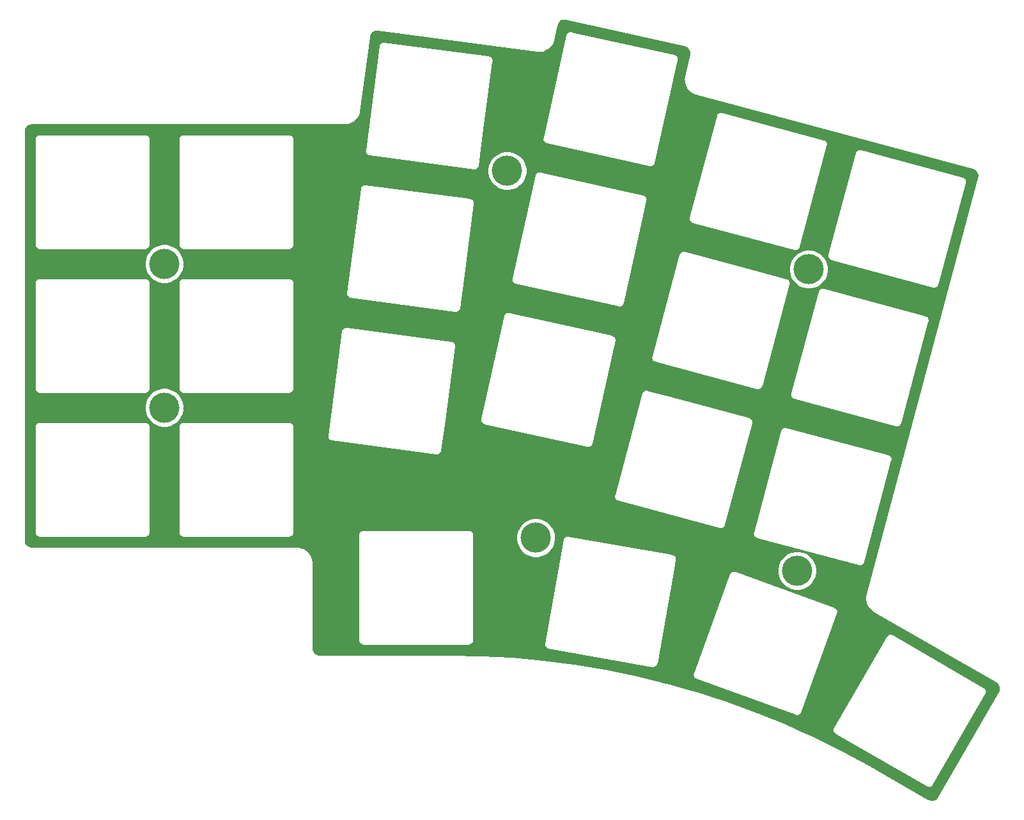
<source format=gtl>
G04 #@! TF.GenerationSoftware,KiCad,Pcbnew,(5.1.2)-1*
G04 #@! TF.CreationDate,2019-06-14T17:53:39+09:00*
G04 #@! TF.ProjectId,adelie,6164656c-6965-42e6-9b69-6361645f7063,rev?*
G04 #@! TF.SameCoordinates,Original*
G04 #@! TF.FileFunction,Copper,L1,Top*
G04 #@! TF.FilePolarity,Positive*
%FSLAX46Y46*%
G04 Gerber Fmt 4.6, Leading zero omitted, Abs format (unit mm)*
G04 Created by KiCad (PCBNEW (5.1.2)-1) date 2019-06-14 17:53:39*
%MOMM*%
%LPD*%
G04 APERTURE LIST*
%ADD10C,4.000000*%
%ADD11C,0.254000*%
G04 APERTURE END LIST*
D10*
X188369645Y-126245861D03*
X189913740Y-86329520D03*
X153781151Y-121898017D03*
X149983140Y-73279740D03*
X104544340Y-85592920D03*
X104544340Y-104642920D03*
D11*
G36*
X157761655Y-53367065D02*
G01*
X173375550Y-56827903D01*
X173561650Y-56888752D01*
X173704132Y-56968729D01*
X173828373Y-57074864D01*
X173929631Y-57203108D01*
X174004052Y-57348578D01*
X174048798Y-57505725D01*
X174062170Y-57668580D01*
X174040197Y-57861251D01*
X173397655Y-60761288D01*
X173394528Y-60787245D01*
X173362649Y-61015652D01*
X173360453Y-61069265D01*
X173356504Y-61122775D01*
X173356790Y-61131985D01*
X173367926Y-61424601D01*
X173376024Y-61483869D01*
X173383292Y-61543245D01*
X173385362Y-61552225D01*
X173453122Y-61837104D01*
X173472581Y-61893684D01*
X173491240Y-61950504D01*
X173495015Y-61958911D01*
X173616818Y-62225203D01*
X173646872Y-62276882D01*
X173676237Y-62329041D01*
X173681573Y-62336554D01*
X173852780Y-62574116D01*
X173892314Y-62618991D01*
X173931233Y-62664432D01*
X173937927Y-62670766D01*
X174152015Y-62870550D01*
X174199511Y-62906890D01*
X174246520Y-62943910D01*
X174254317Y-62948823D01*
X174503132Y-63103218D01*
X174556770Y-63129635D01*
X174610084Y-63156824D01*
X174618686Y-63160129D01*
X174892751Y-63263256D01*
X174892768Y-63263260D01*
X174923068Y-63274664D01*
X211597171Y-73100638D01*
X211780433Y-73169512D01*
X211919252Y-73255575D01*
X212038710Y-73366961D01*
X212134258Y-73499429D01*
X212202255Y-73647930D01*
X212240114Y-73806815D01*
X212246392Y-73970023D01*
X212216084Y-74161439D01*
X197432736Y-129349010D01*
X197429105Y-129371011D01*
X197391647Y-129561494D01*
X197386825Y-129611345D01*
X197379834Y-129660946D01*
X197379509Y-129670155D01*
X197371218Y-129962846D01*
X197375364Y-130022476D01*
X197378682Y-130082246D01*
X197380152Y-130091343D01*
X197428869Y-130380071D01*
X197444523Y-130437778D01*
X197459383Y-130495750D01*
X197462592Y-130504388D01*
X197566462Y-130778154D01*
X197593049Y-130831765D01*
X197618865Y-130885703D01*
X197623690Y-130893554D01*
X197778758Y-131141931D01*
X197815223Y-131189321D01*
X197851051Y-131237253D01*
X197857310Y-131244017D01*
X198057667Y-131457543D01*
X198102610Y-131496919D01*
X198147096Y-131537007D01*
X198154550Y-131542426D01*
X198392564Y-131712971D01*
X198392577Y-131712979D01*
X198418909Y-131731847D01*
X214633095Y-141092901D01*
X214792229Y-141206850D01*
X214904013Y-141325908D01*
X214990544Y-141464413D01*
X215048524Y-141617087D01*
X215075747Y-141778123D01*
X215071173Y-141941371D01*
X215034978Y-142100622D01*
X214956125Y-142277690D01*
X206960750Y-156129323D01*
X206846771Y-156288366D01*
X206727600Y-156400168D01*
X206588973Y-156486700D01*
X206436188Y-156544654D01*
X206275047Y-156571830D01*
X206111699Y-156567189D01*
X205952367Y-156530910D01*
X205775192Y-156451925D01*
X198918998Y-152492968D01*
X198917431Y-152492258D01*
X197906853Y-151915738D01*
X197904675Y-151914548D01*
X197893214Y-151908169D01*
X194264610Y-149950281D01*
X194261550Y-149948702D01*
X194258511Y-149947031D01*
X194243116Y-149939187D01*
X190545205Y-148115579D01*
X190542078Y-148114108D01*
X190538991Y-148112555D01*
X190523318Y-148105280D01*
X188936709Y-147393893D01*
X193045467Y-147393893D01*
X193066645Y-147522165D01*
X193066646Y-147522167D01*
X193112441Y-147643844D01*
X193181095Y-147754246D01*
X193269967Y-147849135D01*
X193323469Y-147887473D01*
X193375643Y-147924861D01*
X193405322Y-147938308D01*
X205473568Y-154905889D01*
X205500043Y-154924861D01*
X205618463Y-154978517D01*
X205745075Y-155008038D01*
X205875013Y-155012293D01*
X206003285Y-154991115D01*
X206124961Y-154945320D01*
X206235364Y-154876666D01*
X206235366Y-154876665D01*
X206330255Y-154787792D01*
X206405982Y-154682115D01*
X206419426Y-154652444D01*
X213387009Y-142584291D01*
X213405982Y-142557815D01*
X213426153Y-142513297D01*
X213459637Y-142439398D01*
X213489158Y-142312785D01*
X213493413Y-142182847D01*
X213472235Y-142054575D01*
X213472234Y-142054573D01*
X213472234Y-142054571D01*
X213449167Y-141993283D01*
X213426440Y-141932898D01*
X213357787Y-141822495D01*
X213268915Y-141727606D01*
X213239058Y-141706211D01*
X213189714Y-141670851D01*
X213189707Y-141670847D01*
X213163237Y-141651879D01*
X213133574Y-141638439D01*
X201065319Y-134670856D01*
X201038837Y-134651879D01*
X200920417Y-134598223D01*
X200920415Y-134598222D01*
X200793802Y-134568701D01*
X200733232Y-134566718D01*
X200663866Y-134564447D01*
X200535594Y-134585625D01*
X200413918Y-134631420D01*
X200413917Y-134631421D01*
X200413916Y-134631421D01*
X200397328Y-134641736D01*
X200303515Y-134700073D01*
X200208626Y-134788945D01*
X200151873Y-134868144D01*
X200151870Y-134868150D01*
X200132898Y-134894625D01*
X200119456Y-134924291D01*
X193151874Y-146992443D01*
X193132898Y-147018925D01*
X193079242Y-147137345D01*
X193049721Y-147263958D01*
X193048744Y-147293810D01*
X193045467Y-147393893D01*
X188936709Y-147393893D01*
X186761067Y-146418402D01*
X186757905Y-146417053D01*
X186754746Y-146415607D01*
X186738910Y-146408951D01*
X186738817Y-146408911D01*
X186738789Y-146408900D01*
X182917279Y-144861030D01*
X182914085Y-144859804D01*
X182910860Y-144858468D01*
X182894697Y-144852361D01*
X179019006Y-143445554D01*
X179015748Y-143444439D01*
X179012498Y-143443230D01*
X178996122Y-143437719D01*
X175071482Y-142173876D01*
X175068177Y-142172878D01*
X175064893Y-142171792D01*
X175048500Y-142166936D01*
X175048326Y-142166884D01*
X175048275Y-142166871D01*
X171080010Y-141047704D01*
X171076696Y-141046835D01*
X171073349Y-141045862D01*
X171056743Y-141041599D01*
X171056612Y-141041565D01*
X171056573Y-141041556D01*
X167070529Y-140073547D01*
X174531779Y-140073547D01*
X174550153Y-140202250D01*
X174593284Y-140324896D01*
X174659512Y-140436772D01*
X174746293Y-140533576D01*
X174850293Y-140611591D01*
X174967514Y-140667817D01*
X174999078Y-140675906D01*
X188093840Y-145442028D01*
X188123214Y-145456117D01*
X188201788Y-145476255D01*
X188249152Y-145488394D01*
X188378967Y-145495481D01*
X188507670Y-145477107D01*
X188630316Y-145433976D01*
X188742192Y-145367748D01*
X188838996Y-145280967D01*
X188917011Y-145176967D01*
X188953759Y-145100352D01*
X188973237Y-145059745D01*
X188981326Y-145028184D01*
X193747450Y-131933414D01*
X193761537Y-131904045D01*
X193793814Y-131778107D01*
X193795962Y-131738754D01*
X193800901Y-131648293D01*
X193785787Y-131542426D01*
X193782527Y-131519589D01*
X193739396Y-131396943D01*
X193673168Y-131285067D01*
X193586386Y-131188263D01*
X193482387Y-131110248D01*
X193394537Y-131068111D01*
X193394531Y-131068109D01*
X193365165Y-131054023D01*
X193333613Y-131045937D01*
X180238837Y-126279812D01*
X180209465Y-126265723D01*
X180083527Y-126233446D01*
X179953713Y-126226359D01*
X179953712Y-126226359D01*
X179825009Y-126244733D01*
X179702363Y-126287864D01*
X179590487Y-126354092D01*
X179493683Y-126440874D01*
X179415668Y-126544873D01*
X179373531Y-126632723D01*
X179359443Y-126662094D01*
X179351356Y-126693648D01*
X174585234Y-139788417D01*
X174571143Y-139817794D01*
X174550096Y-139899915D01*
X174538866Y-139943733D01*
X174531779Y-140073547D01*
X167070529Y-140073547D01*
X167049952Y-140068550D01*
X167046550Y-140067789D01*
X167043227Y-140066955D01*
X167026527Y-140063314D01*
X167026345Y-140063273D01*
X167026292Y-140063263D01*
X162986720Y-139237731D01*
X162983346Y-139237106D01*
X162979942Y-139236382D01*
X162963085Y-139233350D01*
X162962936Y-139233322D01*
X162962892Y-139233315D01*
X158895773Y-138556362D01*
X158892357Y-138555858D01*
X158888950Y-138555263D01*
X158871844Y-138552828D01*
X154782606Y-138025357D01*
X154779162Y-138024977D01*
X154775747Y-138024509D01*
X154758751Y-138022723D01*
X154758563Y-138022702D01*
X154758509Y-138022698D01*
X150652743Y-137645431D01*
X150649323Y-137645180D01*
X150645858Y-137644834D01*
X150628619Y-137643659D01*
X146511732Y-137417093D01*
X146508293Y-137416967D01*
X146504829Y-137416749D01*
X146487559Y-137416207D01*
X142391497Y-137341134D01*
X142385476Y-137340541D01*
X125142478Y-137340101D01*
X124952531Y-137321477D01*
X124796171Y-137274269D01*
X124651960Y-137197590D01*
X124525388Y-137094361D01*
X124421277Y-136968512D01*
X124343596Y-136824844D01*
X124295299Y-136668821D01*
X124275040Y-136476067D01*
X124275040Y-125168121D01*
X124272222Y-125139512D01*
X124272287Y-125130252D01*
X124271388Y-125121081D01*
X124240788Y-124829935D01*
X124228750Y-124771293D01*
X124217550Y-124712577D01*
X124214887Y-124703756D01*
X124128319Y-124424100D01*
X124105141Y-124368962D01*
X124082729Y-124313490D01*
X124078402Y-124305354D01*
X123939163Y-124047838D01*
X123905741Y-123998289D01*
X123872960Y-123948193D01*
X123867135Y-123941052D01*
X123680530Y-123715485D01*
X123638094Y-123673344D01*
X123596231Y-123630595D01*
X123589131Y-123624721D01*
X123362267Y-123439695D01*
X123312448Y-123406595D01*
X123263085Y-123372796D01*
X123254979Y-123368413D01*
X122996498Y-123230976D01*
X122941204Y-123208185D01*
X122886211Y-123184615D01*
X122877408Y-123181890D01*
X122597154Y-123097276D01*
X122538469Y-123085656D01*
X122479961Y-123073220D01*
X122470798Y-123072257D01*
X122470796Y-123072257D01*
X122179444Y-123043690D01*
X122179442Y-123043690D01*
X122147459Y-123040540D01*
X87039359Y-123040540D01*
X86844531Y-123021437D01*
X86688171Y-122974229D01*
X86543960Y-122897550D01*
X86417388Y-122794321D01*
X86313277Y-122668472D01*
X86235596Y-122524804D01*
X86187299Y-122368781D01*
X86167040Y-122176027D01*
X86167040Y-107183920D01*
X87371147Y-107183920D01*
X87374341Y-107216349D01*
X87374340Y-121151501D01*
X87371147Y-121183920D01*
X87383890Y-121313303D01*
X87421630Y-121437713D01*
X87482915Y-121552370D01*
X87553594Y-121638492D01*
X87565392Y-121652868D01*
X87665890Y-121735345D01*
X87780547Y-121796630D01*
X87904957Y-121834370D01*
X88034340Y-121847113D01*
X88066759Y-121843920D01*
X102001921Y-121843920D01*
X102034340Y-121847113D01*
X102066759Y-121843920D01*
X102163723Y-121834370D01*
X102288133Y-121796630D01*
X102402790Y-121735345D01*
X102503288Y-121652868D01*
X102585765Y-121552370D01*
X102647050Y-121437713D01*
X102684790Y-121313303D01*
X102697533Y-121183920D01*
X102694340Y-121151501D01*
X102694340Y-107216339D01*
X102697533Y-107183920D01*
X102684790Y-107054537D01*
X102647050Y-106930127D01*
X102585765Y-106815470D01*
X102503288Y-106714972D01*
X102402790Y-106632495D01*
X102288133Y-106571210D01*
X102163723Y-106533470D01*
X102034340Y-106520727D01*
X102001921Y-106523920D01*
X88066759Y-106523920D01*
X88034340Y-106520727D01*
X88001921Y-106523920D01*
X87904957Y-106533470D01*
X87780547Y-106571210D01*
X87665890Y-106632495D01*
X87565392Y-106714972D01*
X87482915Y-106815470D01*
X87421630Y-106930127D01*
X87383890Y-107054537D01*
X87371147Y-107183920D01*
X86167040Y-107183920D01*
X86167040Y-104383395D01*
X101909340Y-104383395D01*
X101909340Y-104902445D01*
X102010601Y-105411521D01*
X102209233Y-105891061D01*
X102497602Y-106322635D01*
X102864625Y-106689658D01*
X103296199Y-106978027D01*
X103775739Y-107176659D01*
X104284815Y-107277920D01*
X104803865Y-107277920D01*
X105276437Y-107183920D01*
X106421147Y-107183920D01*
X106424341Y-107216349D01*
X106424340Y-121151501D01*
X106421147Y-121183920D01*
X106433890Y-121313303D01*
X106471630Y-121437713D01*
X106532915Y-121552370D01*
X106603594Y-121638492D01*
X106615392Y-121652868D01*
X106715890Y-121735345D01*
X106830547Y-121796630D01*
X106954957Y-121834370D01*
X107084340Y-121847113D01*
X107116759Y-121843920D01*
X121051921Y-121843920D01*
X121084340Y-121847113D01*
X121116759Y-121843920D01*
X121213723Y-121834370D01*
X121338133Y-121796630D01*
X121452790Y-121735345D01*
X121553288Y-121652868D01*
X121635765Y-121552370D01*
X121679300Y-121470920D01*
X130234147Y-121470920D01*
X130237341Y-121503349D01*
X130237340Y-135438501D01*
X130234147Y-135470920D01*
X130246890Y-135600303D01*
X130284630Y-135724713D01*
X130345915Y-135839370D01*
X130418871Y-135928267D01*
X130428392Y-135939868D01*
X130528890Y-136022345D01*
X130643547Y-136083630D01*
X130767957Y-136121370D01*
X130897340Y-136134113D01*
X130929759Y-136130920D01*
X144864921Y-136130920D01*
X144897340Y-136134113D01*
X144929759Y-136130920D01*
X145026723Y-136121370D01*
X145151133Y-136083630D01*
X145231100Y-136040887D01*
X154870205Y-136040887D01*
X154885768Y-136169960D01*
X154926212Y-136293518D01*
X154938779Y-136315843D01*
X154989984Y-136406810D01*
X155074633Y-136505486D01*
X155176906Y-136585750D01*
X155292872Y-136644520D01*
X155418077Y-136679537D01*
X155450561Y-136682022D01*
X169174108Y-139101864D01*
X169205482Y-139110638D01*
X169289543Y-139117069D01*
X169335106Y-139120555D01*
X169335111Y-139120555D01*
X169404553Y-139112182D01*
X169464180Y-139104992D01*
X169464183Y-139104991D01*
X169464184Y-139104991D01*
X169506180Y-139091244D01*
X169587737Y-139064548D01*
X169587741Y-139064546D01*
X169701034Y-139000773D01*
X169780065Y-138932975D01*
X169799706Y-138916126D01*
X169799709Y-138916123D01*
X169879972Y-138813850D01*
X169938742Y-138697883D01*
X169964984Y-138604050D01*
X169973757Y-138572682D01*
X169976242Y-138540202D01*
X172189761Y-125986336D01*
X185734645Y-125986336D01*
X185734645Y-126505386D01*
X185835906Y-127014462D01*
X186034538Y-127494002D01*
X186322907Y-127925576D01*
X186689930Y-128292599D01*
X187121504Y-128580968D01*
X187601044Y-128779600D01*
X188110120Y-128880861D01*
X188629170Y-128880861D01*
X189138246Y-128779600D01*
X189617786Y-128580968D01*
X190049360Y-128292599D01*
X190416383Y-127925576D01*
X190704752Y-127494002D01*
X190903384Y-127014462D01*
X191004645Y-126505386D01*
X191004645Y-125986336D01*
X190903384Y-125477260D01*
X190704752Y-124997720D01*
X190416383Y-124566146D01*
X190049360Y-124199123D01*
X189617786Y-123910754D01*
X189138246Y-123712122D01*
X188629170Y-123610861D01*
X188110120Y-123610861D01*
X187601044Y-123712122D01*
X187121504Y-123910754D01*
X186689930Y-124199123D01*
X186322907Y-124566146D01*
X186034538Y-124997720D01*
X185835906Y-125477260D01*
X185734645Y-125986336D01*
X172189761Y-125986336D01*
X172395985Y-124816749D01*
X172404757Y-124785383D01*
X172407242Y-124752904D01*
X172407243Y-124752898D01*
X172412890Y-124679084D01*
X172414675Y-124655753D01*
X172413201Y-124643524D01*
X172406145Y-124585010D01*
X172399112Y-124526679D01*
X172398134Y-124523689D01*
X172389686Y-124497881D01*
X172358668Y-124403122D01*
X172294896Y-124289829D01*
X172210247Y-124191153D01*
X172107974Y-124110889D01*
X171992007Y-124052119D01*
X171898175Y-124025876D01*
X171898164Y-124025874D01*
X171866798Y-124017102D01*
X171834328Y-124014618D01*
X158110876Y-121594777D01*
X158079503Y-121586003D01*
X157987038Y-121578928D01*
X157949874Y-121576085D01*
X157949873Y-121576085D01*
X157820799Y-121591648D01*
X157697242Y-121632092D01*
X157583949Y-121695864D01*
X157485273Y-121780513D01*
X157405009Y-121882786D01*
X157346239Y-121998753D01*
X157319996Y-122092585D01*
X157319994Y-122092595D01*
X157311223Y-122123957D01*
X157308739Y-122156428D01*
X154888897Y-135879887D01*
X154880123Y-135911258D01*
X154870205Y-136040887D01*
X145231100Y-136040887D01*
X145265790Y-136022345D01*
X145366288Y-135939868D01*
X145448765Y-135839370D01*
X145510050Y-135724713D01*
X145547790Y-135600303D01*
X145560533Y-135470920D01*
X145557340Y-135438501D01*
X145557340Y-121638492D01*
X151146151Y-121638492D01*
X151146151Y-122157542D01*
X151247412Y-122666618D01*
X151446044Y-123146158D01*
X151734413Y-123577732D01*
X152101436Y-123944755D01*
X152533010Y-124233124D01*
X153012550Y-124431756D01*
X153521626Y-124533017D01*
X154040676Y-124533017D01*
X154549752Y-124431756D01*
X155029292Y-124233124D01*
X155460866Y-123944755D01*
X155827889Y-123577732D01*
X156116258Y-123146158D01*
X156314890Y-122666618D01*
X156416151Y-122157542D01*
X156416151Y-121638492D01*
X156350461Y-121308244D01*
X182502267Y-121308244D01*
X182502267Y-121308245D01*
X182506521Y-121438183D01*
X182514154Y-121470920D01*
X182536042Y-121564793D01*
X182536043Y-121564795D01*
X182589698Y-121683215D01*
X182619435Y-121724713D01*
X182665424Y-121788892D01*
X182712862Y-121833322D01*
X182760313Y-121877765D01*
X182870716Y-121946419D01*
X182961905Y-121980740D01*
X182961907Y-121980741D01*
X182992391Y-121992214D01*
X183024530Y-121997520D01*
X196484907Y-125604241D01*
X196515391Y-125615714D01*
X196547530Y-125621020D01*
X196547532Y-125621021D01*
X196643664Y-125636893D01*
X196773603Y-125632639D01*
X196846190Y-125615714D01*
X196900213Y-125603118D01*
X196973487Y-125569918D01*
X197018635Y-125549462D01*
X197124313Y-125473735D01*
X197213185Y-125378847D01*
X197281839Y-125268444D01*
X197327635Y-125146768D01*
X197332943Y-125114621D01*
X200939660Y-111654357D01*
X200951135Y-111623868D01*
X200972313Y-111495595D01*
X200968059Y-111365656D01*
X200938538Y-111239044D01*
X200884882Y-111120624D01*
X200809155Y-111014947D01*
X200714267Y-110926074D01*
X200603864Y-110857420D01*
X200512676Y-110823099D01*
X200512661Y-110823095D01*
X200482189Y-110811626D01*
X200450065Y-110806322D01*
X186989675Y-107199600D01*
X186959189Y-107188126D01*
X186927050Y-107182820D01*
X186927047Y-107182819D01*
X186830915Y-107166947D01*
X186700977Y-107171201D01*
X186677569Y-107176659D01*
X186574366Y-107200722D01*
X186455945Y-107254378D01*
X186350267Y-107330104D01*
X186261395Y-107424993D01*
X186192741Y-107535395D01*
X186158420Y-107626584D01*
X186158418Y-107626593D01*
X186146946Y-107657073D01*
X186141641Y-107689203D01*
X182534919Y-121149490D01*
X182523446Y-121179973D01*
X182518140Y-121212107D01*
X182518139Y-121212112D01*
X182502267Y-121308244D01*
X156350461Y-121308244D01*
X156314890Y-121129416D01*
X156116258Y-120649876D01*
X155827889Y-120218302D01*
X155460866Y-119851279D01*
X155029292Y-119562910D01*
X154549752Y-119364278D01*
X154040676Y-119263017D01*
X153521626Y-119263017D01*
X153012550Y-119364278D01*
X152533010Y-119562910D01*
X152101436Y-119851279D01*
X151734413Y-120218302D01*
X151446044Y-120649876D01*
X151247412Y-121129416D01*
X151146151Y-121638492D01*
X145557340Y-121638492D01*
X145557340Y-121503339D01*
X145560533Y-121470920D01*
X145547790Y-121341537D01*
X145510050Y-121217127D01*
X145448765Y-121102470D01*
X145366288Y-121001972D01*
X145265790Y-120919495D01*
X145151133Y-120858210D01*
X145026723Y-120820470D01*
X144929759Y-120810920D01*
X144897340Y-120807727D01*
X144864921Y-120810920D01*
X130929759Y-120810920D01*
X130897340Y-120807727D01*
X130864921Y-120810920D01*
X130767957Y-120820470D01*
X130643547Y-120858210D01*
X130528890Y-120919495D01*
X130428392Y-121001972D01*
X130345915Y-121102470D01*
X130284630Y-121217127D01*
X130246890Y-121341537D01*
X130234147Y-121470920D01*
X121679300Y-121470920D01*
X121697050Y-121437713D01*
X121734790Y-121313303D01*
X121747533Y-121183920D01*
X121744340Y-121151501D01*
X121744340Y-116377744D01*
X164101367Y-116377744D01*
X164105621Y-116507681D01*
X164135142Y-116634293D01*
X164135143Y-116634295D01*
X164188798Y-116752715D01*
X164220410Y-116796829D01*
X164264524Y-116858392D01*
X164330021Y-116919736D01*
X164359413Y-116947265D01*
X164469816Y-117015919D01*
X164561005Y-117050240D01*
X164561007Y-117050241D01*
X164591491Y-117061714D01*
X164623630Y-117067020D01*
X178084007Y-120673741D01*
X178114491Y-120685214D01*
X178146630Y-120690520D01*
X178146632Y-120690521D01*
X178242764Y-120706393D01*
X178372703Y-120702139D01*
X178445290Y-120685214D01*
X178499313Y-120672618D01*
X178572587Y-120639418D01*
X178617735Y-120618962D01*
X178723413Y-120543235D01*
X178812285Y-120448347D01*
X178880939Y-120337944D01*
X178926735Y-120216268D01*
X178932043Y-120184121D01*
X182538760Y-106723857D01*
X182550235Y-106693368D01*
X182562746Y-106617590D01*
X182571413Y-106565097D01*
X182569583Y-106509188D01*
X182567159Y-106435156D01*
X182537638Y-106308544D01*
X182483982Y-106190124D01*
X182408255Y-106084447D01*
X182313367Y-105995574D01*
X182202964Y-105926920D01*
X182111776Y-105892599D01*
X182111761Y-105892595D01*
X182081289Y-105881126D01*
X182049165Y-105875822D01*
X170971097Y-102907445D01*
X187432767Y-102907445D01*
X187437021Y-103037383D01*
X187437022Y-103037387D01*
X187466544Y-103163999D01*
X187488338Y-103212099D01*
X187520198Y-103282415D01*
X187571887Y-103354547D01*
X187595928Y-103388096D01*
X187634653Y-103424365D01*
X187690813Y-103476965D01*
X187690815Y-103476966D01*
X187690817Y-103476968D01*
X187747410Y-103512160D01*
X187801216Y-103545619D01*
X187801220Y-103545621D01*
X187889423Y-103578817D01*
X187922893Y-103591414D01*
X187955032Y-103596721D01*
X201415408Y-107203341D01*
X201445891Y-107214814D01*
X201478033Y-107220121D01*
X201478037Y-107220122D01*
X201510082Y-107225412D01*
X201574164Y-107235993D01*
X201574169Y-107235993D01*
X201596159Y-107235273D01*
X201704101Y-107231739D01*
X201704105Y-107231738D01*
X201704107Y-107231738D01*
X201776690Y-107214814D01*
X201830713Y-107202218D01*
X201830719Y-107202216D01*
X201899169Y-107171201D01*
X201949134Y-107148562D01*
X201949137Y-107148560D01*
X201949139Y-107148559D01*
X201985022Y-107122846D01*
X202054812Y-107072836D01*
X202143684Y-106977948D01*
X202143685Y-106977946D01*
X202143688Y-106977943D01*
X202212341Y-106867540D01*
X202258136Y-106745863D01*
X202263442Y-106713722D01*
X205870160Y-93253457D01*
X205881635Y-93222968D01*
X205902813Y-93094695D01*
X205898559Y-92964756D01*
X205869038Y-92838144D01*
X205815382Y-92719724D01*
X205739655Y-92614047D01*
X205644767Y-92525174D01*
X205534364Y-92456520D01*
X205443176Y-92422199D01*
X205443161Y-92422195D01*
X205412689Y-92410726D01*
X205380565Y-92405422D01*
X191920181Y-88798702D01*
X191889688Y-88787225D01*
X191761415Y-88766047D01*
X191631476Y-88770301D01*
X191504864Y-88799822D01*
X191386444Y-88853478D01*
X191280767Y-88929205D01*
X191191894Y-89024093D01*
X191123240Y-89134496D01*
X191088919Y-89225684D01*
X191088914Y-89225702D01*
X191077446Y-89256173D01*
X191072142Y-89288295D01*
X187465420Y-102748684D01*
X187453944Y-102779177D01*
X187443161Y-102844492D01*
X187432767Y-102907445D01*
X170971097Y-102907445D01*
X168588775Y-102269100D01*
X168558289Y-102257626D01*
X168526150Y-102252320D01*
X168526147Y-102252319D01*
X168430015Y-102236447D01*
X168300077Y-102240701D01*
X168270556Y-102247584D01*
X168173466Y-102270222D01*
X168055045Y-102323878D01*
X167949367Y-102399604D01*
X167860495Y-102494493D01*
X167791841Y-102604895D01*
X167757520Y-102696084D01*
X167757518Y-102696093D01*
X167746046Y-102726573D01*
X167740741Y-102758703D01*
X164134019Y-116218990D01*
X164122546Y-116249473D01*
X164117240Y-116281607D01*
X164117239Y-116281612D01*
X164101367Y-116377744D01*
X121744340Y-116377744D01*
X121744340Y-108501893D01*
X126137067Y-108501893D01*
X126149436Y-108576806D01*
X126158246Y-108630169D01*
X126204042Y-108751845D01*
X126227839Y-108790113D01*
X126272693Y-108862244D01*
X126272695Y-108862246D01*
X126272696Y-108862248D01*
X126361569Y-108957137D01*
X126467247Y-109032863D01*
X126585666Y-109086518D01*
X126712279Y-109116039D01*
X126744836Y-109117105D01*
X140560759Y-110936043D01*
X140592480Y-110943439D01*
X140625028Y-110944504D01*
X140625033Y-110944505D01*
X140722414Y-110947693D01*
X140850685Y-110926515D01*
X140972361Y-110880720D01*
X140972365Y-110880718D01*
X140992886Y-110867957D01*
X141082765Y-110812067D01*
X141177654Y-110723194D01*
X141253381Y-110617518D01*
X141307037Y-110499098D01*
X141336559Y-110372485D01*
X141337625Y-110339918D01*
X141875477Y-106254352D01*
X146391605Y-106254352D01*
X146401523Y-106383980D01*
X146401524Y-106383983D01*
X146401524Y-106383985D01*
X146436540Y-106509188D01*
X146495311Y-106625155D01*
X146575576Y-106727429D01*
X146632612Y-106776357D01*
X146674247Y-106812074D01*
X146674248Y-106812075D01*
X146674251Y-106812077D01*
X146759038Y-106859803D01*
X146772792Y-106867545D01*
X146787544Y-106875849D01*
X146851489Y-106896780D01*
X146911098Y-106916292D01*
X146943443Y-106920192D01*
X160548340Y-109936258D01*
X160579301Y-109946393D01*
X160708376Y-109961955D01*
X160838005Y-109952036D01*
X160963209Y-109917020D01*
X161079175Y-109858249D01*
X161181449Y-109777984D01*
X161266097Y-109679309D01*
X161329869Y-109566016D01*
X161370313Y-109442458D01*
X161374212Y-109410118D01*
X163908848Y-97976945D01*
X169031867Y-97976945D01*
X169036121Y-98106883D01*
X169036122Y-98106887D01*
X169065644Y-98233499D01*
X169087438Y-98281599D01*
X169119298Y-98351915D01*
X169119301Y-98351919D01*
X169195028Y-98457596D01*
X169253343Y-98512214D01*
X169289913Y-98546465D01*
X169289915Y-98546466D01*
X169289917Y-98546468D01*
X169346510Y-98581660D01*
X169400316Y-98615119D01*
X169400320Y-98615121D01*
X169488523Y-98648317D01*
X169521993Y-98660914D01*
X169554132Y-98666221D01*
X183014508Y-102272841D01*
X183044991Y-102284314D01*
X183077133Y-102289621D01*
X183077137Y-102289622D01*
X183109182Y-102294912D01*
X183173264Y-102305493D01*
X183173269Y-102305493D01*
X183195259Y-102304773D01*
X183303201Y-102301239D01*
X183303205Y-102301238D01*
X183303207Y-102301238D01*
X183375790Y-102284314D01*
X183429813Y-102271718D01*
X183429819Y-102271716D01*
X183498269Y-102240701D01*
X183548234Y-102218062D01*
X183548237Y-102218060D01*
X183548239Y-102218059D01*
X183584122Y-102192346D01*
X183653912Y-102142336D01*
X183742784Y-102047448D01*
X183742785Y-102047446D01*
X183742788Y-102047443D01*
X183811441Y-101937040D01*
X183857236Y-101815363D01*
X183862542Y-101783222D01*
X187469260Y-88322957D01*
X187480735Y-88292468D01*
X187493246Y-88216690D01*
X187501913Y-88164197D01*
X187497659Y-88034259D01*
X187497659Y-88034256D01*
X187468138Y-87907644D01*
X187414482Y-87789224D01*
X187338755Y-87683547D01*
X187243867Y-87594674D01*
X187133464Y-87526020D01*
X187042276Y-87491699D01*
X187042261Y-87491695D01*
X187011789Y-87480226D01*
X186979665Y-87474922D01*
X181736437Y-86069995D01*
X187278740Y-86069995D01*
X187278740Y-86589045D01*
X187380001Y-87098121D01*
X187578633Y-87577661D01*
X187867002Y-88009235D01*
X188234025Y-88376258D01*
X188665599Y-88664627D01*
X189145139Y-88863259D01*
X189654215Y-88964520D01*
X190173265Y-88964520D01*
X190682341Y-88863259D01*
X191161881Y-88664627D01*
X191593455Y-88376258D01*
X191960478Y-88009235D01*
X192248847Y-87577661D01*
X192447479Y-87098121D01*
X192548740Y-86589045D01*
X192548740Y-86069995D01*
X192447479Y-85560919D01*
X192248847Y-85081379D01*
X191960478Y-84649805D01*
X191817219Y-84506546D01*
X192363267Y-84506546D01*
X192363267Y-84506550D01*
X192367522Y-84636487D01*
X192384778Y-84710495D01*
X192397043Y-84763096D01*
X192450699Y-84881516D01*
X192526426Y-84987194D01*
X192526428Y-84987196D01*
X192621317Y-85076068D01*
X192731720Y-85144721D01*
X192812590Y-85175157D01*
X192853394Y-85190515D01*
X192885538Y-85195822D01*
X206345910Y-88802441D01*
X206376394Y-88813915D01*
X206408536Y-88819222D01*
X206408537Y-88819222D01*
X206426948Y-88822262D01*
X206504666Y-88835093D01*
X206504669Y-88835093D01*
X206634607Y-88830838D01*
X206723170Y-88810188D01*
X206761216Y-88801317D01*
X206761217Y-88801316D01*
X206761219Y-88801316D01*
X206829669Y-88770301D01*
X206879636Y-88747661D01*
X206985314Y-88671934D01*
X207034484Y-88619435D01*
X207074188Y-88577043D01*
X207142841Y-88466640D01*
X207188636Y-88344963D01*
X207193942Y-88312821D01*
X210800360Y-74853455D01*
X210811836Y-74822963D01*
X210823562Y-74751934D01*
X210833013Y-74694695D01*
X210832172Y-74668996D01*
X210828758Y-74564752D01*
X210799236Y-74438140D01*
X210745580Y-74319720D01*
X210669852Y-74214043D01*
X210574963Y-74125171D01*
X210464560Y-74056518D01*
X210373371Y-74022198D01*
X210373363Y-74022196D01*
X210342886Y-74010725D01*
X210310752Y-74005420D01*
X196850373Y-70398799D01*
X196819886Y-70387325D01*
X196691614Y-70366147D01*
X196691610Y-70366147D01*
X196561673Y-70370402D01*
X196527638Y-70378338D01*
X196435063Y-70399923D01*
X196316643Y-70453579D01*
X196210965Y-70529306D01*
X196122093Y-70624195D01*
X196053440Y-70734598D01*
X196019119Y-70825786D01*
X196019117Y-70825793D01*
X196007644Y-70856277D01*
X196002339Y-70888409D01*
X192395922Y-84347781D01*
X192384444Y-84378277D01*
X192371952Y-84453945D01*
X192363267Y-84506546D01*
X191817219Y-84506546D01*
X191593455Y-84282782D01*
X191161881Y-83994413D01*
X190682341Y-83795781D01*
X190173265Y-83694520D01*
X189654215Y-83694520D01*
X189145139Y-83795781D01*
X188665599Y-83994413D01*
X188234025Y-84282782D01*
X187867002Y-84649805D01*
X187578633Y-85081379D01*
X187380001Y-85560919D01*
X187278740Y-86069995D01*
X181736437Y-86069995D01*
X173519281Y-83868202D01*
X173488788Y-83856725D01*
X173360515Y-83835547D01*
X173230576Y-83839801D01*
X173103964Y-83869322D01*
X172985544Y-83922978D01*
X172879867Y-83998705D01*
X172790994Y-84093593D01*
X172722340Y-84203996D01*
X172688019Y-84295184D01*
X172688014Y-84295202D01*
X172676546Y-84325673D01*
X172671242Y-84357795D01*
X169064520Y-97818184D01*
X169053044Y-97848677D01*
X169047739Y-97880813D01*
X169031867Y-97976945D01*
X163908848Y-97976945D01*
X164390278Y-95805323D01*
X164400412Y-95774364D01*
X164415975Y-95645290D01*
X164406057Y-95515661D01*
X164371042Y-95390457D01*
X164312272Y-95274490D01*
X164232008Y-95172216D01*
X164133333Y-95087567D01*
X164133331Y-95087566D01*
X164133330Y-95087565D01*
X164104776Y-95071492D01*
X164020041Y-95023793D01*
X163927443Y-94993483D01*
X163927430Y-94993480D01*
X163896479Y-94983349D01*
X163864150Y-94979451D01*
X150259337Y-91963281D01*
X150228382Y-91953149D01*
X150196048Y-91949250D01*
X150196042Y-91949249D01*
X150099309Y-91937585D01*
X149988105Y-91946093D01*
X149969679Y-91947503D01*
X149899649Y-91967088D01*
X149844477Y-91982518D01*
X149844475Y-91982519D01*
X149728508Y-92041289D01*
X149626234Y-92121553D01*
X149541585Y-92220228D01*
X149477812Y-92333520D01*
X149447501Y-92426119D01*
X149447500Y-92426125D01*
X149437368Y-92457077D01*
X149433469Y-92489411D01*
X146417303Y-106094316D01*
X146407167Y-106125282D01*
X146399349Y-106190126D01*
X146391605Y-106254352D01*
X141875477Y-106254352D01*
X143156463Y-96523902D01*
X143163859Y-96492181D01*
X143168112Y-96362241D01*
X143146933Y-96233970D01*
X143101138Y-96112294D01*
X143032483Y-96001891D01*
X142943610Y-95907002D01*
X142837933Y-95831276D01*
X142719513Y-95777621D01*
X142624625Y-95755497D01*
X142624623Y-95755497D01*
X142592900Y-95748100D01*
X142560343Y-95747034D01*
X128744422Y-93928197D01*
X128712701Y-93920801D01*
X128680145Y-93919735D01*
X128680142Y-93919735D01*
X128582762Y-93916548D01*
X128582761Y-93916548D01*
X128563459Y-93919735D01*
X128454491Y-93937726D01*
X128378610Y-93966286D01*
X128332814Y-93983522D01*
X128264160Y-94026215D01*
X128222412Y-94052176D01*
X128222411Y-94052177D01*
X128127522Y-94141050D01*
X128051796Y-94246727D01*
X127998141Y-94365147D01*
X127976017Y-94460035D01*
X127976016Y-94460042D01*
X127968621Y-94491759D01*
X127967556Y-94524307D01*
X126148718Y-108340231D01*
X126141321Y-108371955D01*
X126137067Y-108501893D01*
X121744340Y-108501893D01*
X121744340Y-107216339D01*
X121747533Y-107183920D01*
X121734790Y-107054537D01*
X121697050Y-106930127D01*
X121635765Y-106815470D01*
X121553288Y-106714972D01*
X121452790Y-106632495D01*
X121338133Y-106571210D01*
X121213723Y-106533470D01*
X121116759Y-106523920D01*
X121084340Y-106520727D01*
X121051921Y-106523920D01*
X107116759Y-106523920D01*
X107084340Y-106520727D01*
X107051921Y-106523920D01*
X106954957Y-106533470D01*
X106830547Y-106571210D01*
X106715890Y-106632495D01*
X106615392Y-106714972D01*
X106532915Y-106815470D01*
X106471630Y-106930127D01*
X106433890Y-107054537D01*
X106421147Y-107183920D01*
X105276437Y-107183920D01*
X105312941Y-107176659D01*
X105792481Y-106978027D01*
X106224055Y-106689658D01*
X106591078Y-106322635D01*
X106879447Y-105891061D01*
X107078079Y-105411521D01*
X107179340Y-104902445D01*
X107179340Y-104383395D01*
X107078079Y-103874319D01*
X106879447Y-103394779D01*
X106591078Y-102963205D01*
X106224055Y-102596182D01*
X105792481Y-102307813D01*
X105312941Y-102109181D01*
X104803865Y-102007920D01*
X104284815Y-102007920D01*
X103775739Y-102109181D01*
X103296199Y-102307813D01*
X102864625Y-102596182D01*
X102497602Y-102963205D01*
X102209233Y-103394779D01*
X102010601Y-103874319D01*
X101909340Y-104383395D01*
X86167040Y-104383395D01*
X86167040Y-88132920D01*
X87371147Y-88132920D01*
X87374341Y-88165349D01*
X87374340Y-102100501D01*
X87371147Y-102132920D01*
X87383890Y-102262303D01*
X87421630Y-102386713D01*
X87482915Y-102501370D01*
X87560726Y-102596182D01*
X87565392Y-102601868D01*
X87665890Y-102684345D01*
X87780547Y-102745630D01*
X87904957Y-102783370D01*
X88034340Y-102796113D01*
X88066759Y-102792920D01*
X102001921Y-102792920D01*
X102034340Y-102796113D01*
X102066759Y-102792920D01*
X102163723Y-102783370D01*
X102288133Y-102745630D01*
X102402790Y-102684345D01*
X102503288Y-102601868D01*
X102585765Y-102501370D01*
X102647050Y-102386713D01*
X102684790Y-102262303D01*
X102697533Y-102132920D01*
X102694340Y-102100501D01*
X102694340Y-88165339D01*
X102697533Y-88132920D01*
X102684790Y-88003537D01*
X102647050Y-87879127D01*
X102585765Y-87764470D01*
X102503288Y-87663972D01*
X102402790Y-87581495D01*
X102288133Y-87520210D01*
X102163723Y-87482470D01*
X102066759Y-87472920D01*
X102034340Y-87469727D01*
X102001921Y-87472920D01*
X88066759Y-87472920D01*
X88034340Y-87469727D01*
X88001921Y-87472920D01*
X87904957Y-87482470D01*
X87780547Y-87520210D01*
X87665890Y-87581495D01*
X87565392Y-87663972D01*
X87482915Y-87764470D01*
X87421630Y-87879127D01*
X87383890Y-88003537D01*
X87371147Y-88132920D01*
X86167040Y-88132920D01*
X86167040Y-85333395D01*
X101909340Y-85333395D01*
X101909340Y-85852445D01*
X102010601Y-86361521D01*
X102209233Y-86841061D01*
X102497602Y-87272635D01*
X102864625Y-87639658D01*
X103296199Y-87928027D01*
X103775739Y-88126659D01*
X104284815Y-88227920D01*
X104803865Y-88227920D01*
X105281464Y-88132920D01*
X106421147Y-88132920D01*
X106424340Y-88165339D01*
X106424341Y-102100491D01*
X106421147Y-102132920D01*
X106433890Y-102262303D01*
X106471630Y-102386713D01*
X106532915Y-102501370D01*
X106615392Y-102601868D01*
X106715890Y-102684345D01*
X106830547Y-102745630D01*
X106954957Y-102783370D01*
X107051921Y-102792920D01*
X107084340Y-102796113D01*
X107116759Y-102792920D01*
X121051921Y-102792920D01*
X121084340Y-102796113D01*
X121116759Y-102792920D01*
X121213723Y-102783370D01*
X121338133Y-102745630D01*
X121452790Y-102684345D01*
X121553288Y-102601868D01*
X121635765Y-102501370D01*
X121697050Y-102386713D01*
X121734790Y-102262303D01*
X121747533Y-102132920D01*
X121744340Y-102100501D01*
X121744340Y-89614898D01*
X128623568Y-89614898D01*
X128644746Y-89743169D01*
X128690542Y-89864845D01*
X128759196Y-89975248D01*
X128848069Y-90070137D01*
X128953747Y-90145863D01*
X129072166Y-90199518D01*
X129167054Y-90221642D01*
X129167056Y-90221642D01*
X129198780Y-90229039D01*
X129231336Y-90230105D01*
X143047254Y-92048942D01*
X143078975Y-92056339D01*
X143208913Y-92060593D01*
X143337185Y-92039415D01*
X143458860Y-91993620D01*
X143458864Y-91993618D01*
X143492038Y-91972988D01*
X143569264Y-91924967D01*
X143664153Y-91836094D01*
X143739880Y-91730417D01*
X143793536Y-91611998D01*
X143815661Y-91517110D01*
X143815661Y-91517108D01*
X143823059Y-91485381D01*
X143824125Y-91452824D01*
X144324016Y-87655852D01*
X150514805Y-87655852D01*
X150523116Y-87764471D01*
X150524723Y-87785479D01*
X150559738Y-87910683D01*
X150618508Y-88026650D01*
X150698772Y-88128925D01*
X150797447Y-88213574D01*
X150910739Y-88277347D01*
X151034297Y-88317792D01*
X151066639Y-88321692D01*
X164671538Y-91337857D01*
X164702502Y-91347993D01*
X164779014Y-91357218D01*
X164831571Y-91363555D01*
X164831577Y-91363555D01*
X164886855Y-91359325D01*
X164961200Y-91353637D01*
X164961203Y-91353636D01*
X164961205Y-91353636D01*
X165086408Y-91318620D01*
X165202375Y-91259849D01*
X165304649Y-91179584D01*
X165389297Y-91080909D01*
X165453069Y-90967616D01*
X165483379Y-90875017D01*
X165483380Y-90875013D01*
X165493511Y-90844062D01*
X165497410Y-90811727D01*
X167988244Y-79576046D01*
X173962367Y-79576046D01*
X173962367Y-79576050D01*
X173966622Y-79705987D01*
X173987272Y-79794550D01*
X173996143Y-79832596D01*
X174049799Y-79951016D01*
X174125526Y-80056694D01*
X174125528Y-80056696D01*
X174220417Y-80145568D01*
X174330820Y-80214221D01*
X174411690Y-80244657D01*
X174452494Y-80260015D01*
X174484638Y-80265322D01*
X187945010Y-83871941D01*
X187975494Y-83883415D01*
X188007636Y-83888722D01*
X188007637Y-83888722D01*
X188026048Y-83891762D01*
X188103766Y-83904593D01*
X188103769Y-83904593D01*
X188233707Y-83900338D01*
X188322270Y-83879688D01*
X188360316Y-83870817D01*
X188360317Y-83870816D01*
X188360319Y-83870816D01*
X188428769Y-83839801D01*
X188478736Y-83817161D01*
X188584414Y-83741434D01*
X188628353Y-83694520D01*
X188673288Y-83646543D01*
X188741941Y-83536140D01*
X188787736Y-83414463D01*
X188793042Y-83382321D01*
X192399460Y-69922955D01*
X192410936Y-69892463D01*
X192421719Y-69827148D01*
X192432113Y-69764195D01*
X192429322Y-69678948D01*
X192427858Y-69634252D01*
X192398336Y-69507640D01*
X192344680Y-69389220D01*
X192268952Y-69283543D01*
X192174063Y-69194671D01*
X192063660Y-69126018D01*
X191972471Y-69091698D01*
X191972463Y-69091696D01*
X191941986Y-69080225D01*
X191909852Y-69074920D01*
X178449473Y-65468299D01*
X178418986Y-65456825D01*
X178290714Y-65435647D01*
X178290710Y-65435647D01*
X178160773Y-65439902D01*
X178115484Y-65450462D01*
X178034163Y-65469423D01*
X177915743Y-65523079D01*
X177810065Y-65598806D01*
X177721193Y-65693695D01*
X177652540Y-65804098D01*
X177652539Y-65804100D01*
X177644066Y-65826613D01*
X177618219Y-65895286D01*
X177618217Y-65895293D01*
X177606744Y-65925777D01*
X177601439Y-65957909D01*
X173995022Y-79417281D01*
X173983544Y-79447777D01*
X173969719Y-79531517D01*
X173962367Y-79576046D01*
X167988244Y-79576046D01*
X168513478Y-77206820D01*
X168523613Y-77175859D01*
X168539175Y-77046784D01*
X168529256Y-76917155D01*
X168494240Y-76791951D01*
X168435469Y-76675985D01*
X168355204Y-76573711D01*
X168256529Y-76489063D01*
X168143237Y-76425291D01*
X168050638Y-76394980D01*
X168050628Y-76394978D01*
X168019678Y-76384847D01*
X167987348Y-76380949D01*
X154382544Y-73364883D01*
X154351583Y-73354748D01*
X154222509Y-73339185D01*
X154222504Y-73339185D01*
X154176439Y-73342710D01*
X154092880Y-73349103D01*
X154092877Y-73349104D01*
X154092876Y-73349104D01*
X154086640Y-73350848D01*
X153967676Y-73384118D01*
X153851709Y-73442888D01*
X153749435Y-73523152D01*
X153749432Y-73523155D01*
X153731287Y-73544307D01*
X153664786Y-73621826D01*
X153601012Y-73735119D01*
X153570702Y-73827717D01*
X153570701Y-73827723D01*
X153560567Y-73858681D01*
X153556668Y-73891018D01*
X150540503Y-87495816D01*
X150530368Y-87526778D01*
X150514805Y-87655852D01*
X144324016Y-87655852D01*
X145643062Y-77636909D01*
X145650459Y-77605185D01*
X145654713Y-77475245D01*
X145633535Y-77346974D01*
X145587740Y-77225298D01*
X145519087Y-77114894D01*
X145430214Y-77020005D01*
X145368652Y-76975891D01*
X145324538Y-76944279D01*
X145287612Y-76927548D01*
X145206118Y-76890622D01*
X145111230Y-76868498D01*
X145111228Y-76868498D01*
X145079505Y-76861101D01*
X145046949Y-76860035D01*
X131230929Y-75041098D01*
X131199200Y-75033700D01*
X131092693Y-75030214D01*
X131069266Y-75029447D01*
X131069261Y-75029447D01*
X130940989Y-75050626D01*
X130819314Y-75096422D01*
X130708911Y-75165076D01*
X130614022Y-75253950D01*
X130538296Y-75359627D01*
X130484641Y-75478047D01*
X130474960Y-75519570D01*
X130455121Y-75604655D01*
X130454055Y-75637212D01*
X128635218Y-89453236D01*
X128627821Y-89484959D01*
X128623568Y-89614898D01*
X121744340Y-89614898D01*
X121744340Y-88165339D01*
X121747533Y-88132920D01*
X121734790Y-88003537D01*
X121697050Y-87879127D01*
X121635765Y-87764470D01*
X121553288Y-87663972D01*
X121452790Y-87581495D01*
X121338133Y-87520210D01*
X121213723Y-87482470D01*
X121116759Y-87472920D01*
X121084340Y-87469727D01*
X121051921Y-87472920D01*
X107116759Y-87472920D01*
X107084340Y-87469727D01*
X107051921Y-87472920D01*
X106954957Y-87482470D01*
X106830547Y-87520210D01*
X106715890Y-87581495D01*
X106615392Y-87663972D01*
X106532915Y-87764470D01*
X106471630Y-87879127D01*
X106433890Y-88003537D01*
X106421147Y-88132920D01*
X105281464Y-88132920D01*
X105312941Y-88126659D01*
X105792481Y-87928027D01*
X106224055Y-87639658D01*
X106591078Y-87272635D01*
X106879447Y-86841061D01*
X107078079Y-86361521D01*
X107179340Y-85852445D01*
X107179340Y-85333395D01*
X107078079Y-84824319D01*
X106879447Y-84344779D01*
X106591078Y-83913205D01*
X106224055Y-83546182D01*
X105792481Y-83257813D01*
X105312941Y-83059181D01*
X104803865Y-82957920D01*
X104284815Y-82957920D01*
X103775739Y-83059181D01*
X103296199Y-83257813D01*
X102864625Y-83546182D01*
X102497602Y-83913205D01*
X102209233Y-84344779D01*
X102010601Y-84824319D01*
X101909340Y-85333395D01*
X86167040Y-85333395D01*
X86167040Y-69082920D01*
X87371147Y-69082920D01*
X87374340Y-69115339D01*
X87374341Y-83050491D01*
X87371147Y-83082920D01*
X87383890Y-83212303D01*
X87421630Y-83336713D01*
X87482915Y-83451370D01*
X87565392Y-83551868D01*
X87665890Y-83634345D01*
X87780547Y-83695630D01*
X87904957Y-83733370D01*
X88001921Y-83742920D01*
X88034340Y-83746113D01*
X88066759Y-83742920D01*
X102001921Y-83742920D01*
X102034340Y-83746113D01*
X102066759Y-83742920D01*
X102163723Y-83733370D01*
X102288133Y-83695630D01*
X102402790Y-83634345D01*
X102503288Y-83551868D01*
X102585765Y-83451370D01*
X102647050Y-83336713D01*
X102684790Y-83212303D01*
X102697533Y-83082920D01*
X102694340Y-83050501D01*
X102694340Y-69115339D01*
X102697533Y-69082920D01*
X106421147Y-69082920D01*
X106424340Y-69115339D01*
X106424341Y-83050491D01*
X106421147Y-83082920D01*
X106433890Y-83212303D01*
X106471630Y-83336713D01*
X106532915Y-83451370D01*
X106615392Y-83551868D01*
X106715890Y-83634345D01*
X106830547Y-83695630D01*
X106954957Y-83733370D01*
X107051921Y-83742920D01*
X107084340Y-83746113D01*
X107116759Y-83742920D01*
X121051921Y-83742920D01*
X121084340Y-83746113D01*
X121116759Y-83742920D01*
X121213723Y-83733370D01*
X121338133Y-83695630D01*
X121452790Y-83634345D01*
X121553288Y-83551868D01*
X121635765Y-83451370D01*
X121697050Y-83336713D01*
X121734790Y-83212303D01*
X121747533Y-83082920D01*
X121744340Y-83050501D01*
X121744340Y-70727793D01*
X131110067Y-70727793D01*
X131131245Y-70856065D01*
X131177040Y-70977740D01*
X131245693Y-71088144D01*
X131334566Y-71183033D01*
X131440243Y-71258760D01*
X131558662Y-71312416D01*
X131685275Y-71341939D01*
X131717840Y-71343005D01*
X145533753Y-73161942D01*
X145565475Y-73169339D01*
X145598032Y-73170405D01*
X145598033Y-73170405D01*
X145670200Y-73172768D01*
X145695413Y-73173593D01*
X145695414Y-73173593D01*
X145823685Y-73152415D01*
X145945361Y-73106620D01*
X146055765Y-73037967D01*
X146074718Y-73020215D01*
X147348140Y-73020215D01*
X147348140Y-73539265D01*
X147449401Y-74048341D01*
X147648033Y-74527881D01*
X147936402Y-74959455D01*
X148303425Y-75326478D01*
X148734999Y-75614847D01*
X149214539Y-75813479D01*
X149723615Y-75914740D01*
X150242665Y-75914740D01*
X150751741Y-75813479D01*
X151231281Y-75614847D01*
X151662855Y-75326478D01*
X152029878Y-74959455D01*
X152318247Y-74527881D01*
X152516879Y-74048341D01*
X152618140Y-73539265D01*
X152618140Y-73020215D01*
X152516879Y-72511139D01*
X152318247Y-72031599D01*
X152029878Y-71600025D01*
X151662855Y-71233002D01*
X151231281Y-70944633D01*
X150751741Y-70746001D01*
X150242665Y-70644740D01*
X149723615Y-70644740D01*
X149214539Y-70746001D01*
X148734999Y-70944633D01*
X148303425Y-71233002D01*
X147936402Y-71600025D01*
X147648033Y-72031599D01*
X147449401Y-72511139D01*
X147348140Y-73020215D01*
X146074718Y-73020215D01*
X146150654Y-72949094D01*
X146226381Y-72843418D01*
X146280037Y-72724998D01*
X146309559Y-72598385D01*
X146310625Y-72565820D01*
X146772519Y-69057456D01*
X154638005Y-69057456D01*
X154647924Y-69187084D01*
X154682940Y-69312288D01*
X154741711Y-69428254D01*
X154821975Y-69530528D01*
X154920650Y-69615176D01*
X155033943Y-69678948D01*
X155157501Y-69719393D01*
X155189843Y-69723292D01*
X168794645Y-72739360D01*
X168825596Y-72749491D01*
X168857936Y-72753391D01*
X168857942Y-72753392D01*
X168913647Y-72760108D01*
X168954670Y-72765055D01*
X168954674Y-72765055D01*
X169001514Y-72761471D01*
X169084298Y-72755137D01*
X169084301Y-72755136D01*
X169084304Y-72755136D01*
X169150638Y-72736584D01*
X169209502Y-72720122D01*
X169209505Y-72720121D01*
X169209507Y-72720120D01*
X169250597Y-72699296D01*
X169325470Y-72661352D01*
X169365279Y-72630110D01*
X169427748Y-72581085D01*
X169492738Y-72505326D01*
X169512393Y-72482414D01*
X169512394Y-72482413D01*
X169512396Y-72482410D01*
X169542932Y-72428162D01*
X169576166Y-72369122D01*
X169582379Y-72350144D01*
X169616613Y-72245559D01*
X169620513Y-72213216D01*
X172636480Y-58609414D01*
X172646611Y-58578462D01*
X172650509Y-58546133D01*
X172650511Y-58546124D01*
X172662175Y-58449391D01*
X172653368Y-58334277D01*
X172652257Y-58319759D01*
X172617241Y-58194555D01*
X172558471Y-58078588D01*
X172478207Y-57976314D01*
X172379532Y-57891665D01*
X172266240Y-57827892D01*
X172173641Y-57797581D01*
X172173628Y-57797578D01*
X172142684Y-57787449D01*
X172110355Y-57783551D01*
X158505438Y-54767382D01*
X158474479Y-54757248D01*
X158425570Y-54751351D01*
X158345408Y-54741685D01*
X158345404Y-54741685D01*
X158302445Y-54744972D01*
X158215780Y-54751603D01*
X158215777Y-54751604D01*
X158215775Y-54751604D01*
X158090571Y-54786620D01*
X157974605Y-54845391D01*
X157872331Y-54925656D01*
X157787683Y-55024331D01*
X157723910Y-55137623D01*
X157693600Y-55230222D01*
X157693598Y-55230232D01*
X157683468Y-55261178D01*
X157679570Y-55293510D01*
X154663702Y-68897419D01*
X154653567Y-68928381D01*
X154649668Y-68960723D01*
X154638005Y-69057456D01*
X146772519Y-69057456D01*
X148129562Y-58749910D01*
X148136959Y-58718185D01*
X148141213Y-58588246D01*
X148120035Y-58459974D01*
X148074241Y-58338299D01*
X148005587Y-58227895D01*
X147916715Y-58133006D01*
X147811038Y-58057279D01*
X147692618Y-58003623D01*
X147597731Y-57981498D01*
X147597726Y-57981497D01*
X147566005Y-57974101D01*
X147533451Y-57973035D01*
X133717539Y-56154100D01*
X133685805Y-56146701D01*
X133559292Y-56142559D01*
X133555867Y-56142447D01*
X133555866Y-56142447D01*
X133427594Y-56163625D01*
X133305919Y-56209419D01*
X133195515Y-56278073D01*
X133100626Y-56366945D01*
X133024899Y-56472622D01*
X132971243Y-56591042D01*
X132949118Y-56685929D01*
X132949117Y-56685936D01*
X132941721Y-56717655D01*
X132940655Y-56750209D01*
X131121720Y-70566123D01*
X131114321Y-70597855D01*
X131110067Y-70727793D01*
X121744340Y-70727793D01*
X121744340Y-69115339D01*
X121747533Y-69082920D01*
X121734790Y-68953537D01*
X121697050Y-68829127D01*
X121635765Y-68714470D01*
X121553288Y-68613972D01*
X121452790Y-68531495D01*
X121338133Y-68470210D01*
X121213723Y-68432470D01*
X121116759Y-68422920D01*
X121084340Y-68419727D01*
X121051921Y-68422920D01*
X107116759Y-68422920D01*
X107084340Y-68419727D01*
X107051921Y-68422920D01*
X106954957Y-68432470D01*
X106830547Y-68470210D01*
X106715890Y-68531495D01*
X106615392Y-68613972D01*
X106532915Y-68714470D01*
X106471630Y-68829127D01*
X106433890Y-68953537D01*
X106421147Y-69082920D01*
X102697533Y-69082920D01*
X102684790Y-68953537D01*
X102647050Y-68829127D01*
X102585765Y-68714470D01*
X102503288Y-68613972D01*
X102402790Y-68531495D01*
X102288133Y-68470210D01*
X102163723Y-68432470D01*
X102066759Y-68422920D01*
X102034340Y-68419727D01*
X102001921Y-68422920D01*
X88066759Y-68422920D01*
X88034340Y-68419727D01*
X88001921Y-68422920D01*
X87904957Y-68432470D01*
X87780547Y-68470210D01*
X87665890Y-68531495D01*
X87565392Y-68613972D01*
X87482915Y-68714470D01*
X87421630Y-68829127D01*
X87383890Y-68953537D01*
X87371147Y-69082920D01*
X86167040Y-69082920D01*
X86167040Y-68082822D01*
X86186142Y-67888004D01*
X86233348Y-67731648D01*
X86310023Y-67587446D01*
X86413246Y-67460880D01*
X86539091Y-67356772D01*
X86682757Y-67279093D01*
X86838771Y-67230798D01*
X87031527Y-67210539D01*
X128491181Y-67210582D01*
X128503039Y-67209414D01*
X128590639Y-67206254D01*
X128629830Y-67200979D01*
X128669319Y-67198680D01*
X128678412Y-67197185D01*
X128966947Y-67147699D01*
X129024630Y-67131884D01*
X129082542Y-67116873D01*
X129091172Y-67113641D01*
X129364601Y-67009054D01*
X129418136Y-66982325D01*
X129472008Y-66956361D01*
X129479846Y-66951514D01*
X129727753Y-66795809D01*
X129775060Y-66759204D01*
X129822880Y-66723258D01*
X129829626Y-66716981D01*
X130042569Y-66516089D01*
X130081874Y-66470981D01*
X130121790Y-66426445D01*
X130127189Y-66418977D01*
X130297056Y-66180551D01*
X130326848Y-66128674D01*
X130357358Y-66077224D01*
X130361204Y-66068849D01*
X130481525Y-65801970D01*
X130500672Y-65745299D01*
X130520608Y-65688901D01*
X130522754Y-65679939D01*
X130588947Y-65394771D01*
X130588947Y-65394769D01*
X130596157Y-65363853D01*
X131885200Y-55575510D01*
X131929504Y-55384687D01*
X131996629Y-55235822D01*
X132091389Y-55102831D01*
X132210172Y-54990784D01*
X132348458Y-54903939D01*
X132500978Y-54845609D01*
X132661926Y-54818014D01*
X132855513Y-54822986D01*
X153951662Y-57600446D01*
X153970677Y-57601069D01*
X154130075Y-57612771D01*
X154176746Y-57611630D01*
X154223415Y-57613006D01*
X154232604Y-57612313D01*
X154524337Y-57588272D01*
X154583148Y-57577572D01*
X154642188Y-57567681D01*
X154651067Y-57565216D01*
X154932575Y-57484968D01*
X154988205Y-57463042D01*
X155044181Y-57441879D01*
X155052413Y-57437736D01*
X155312971Y-57304338D01*
X155363311Y-57272007D01*
X155414081Y-57240392D01*
X155421351Y-57234730D01*
X155651037Y-57053262D01*
X155694124Y-57011782D01*
X155737800Y-56970896D01*
X155743832Y-56963930D01*
X155933897Y-56741307D01*
X155968111Y-56692243D01*
X156003012Y-56643654D01*
X156007576Y-56635648D01*
X156150780Y-56380347D01*
X156174825Y-56325543D01*
X156199610Y-56271130D01*
X156202532Y-56262390D01*
X156293420Y-55984136D01*
X156293422Y-55984127D01*
X156303387Y-55953678D01*
X156729423Y-54031475D01*
X156790201Y-53845432D01*
X156870074Y-53703052D01*
X156976078Y-53578902D01*
X157104179Y-53477702D01*
X157249500Y-53403311D01*
X157406494Y-53358566D01*
X157569200Y-53345166D01*
X157761655Y-53367065D01*
X157761655Y-53367065D01*
G37*
X157761655Y-53367065D02*
X173375550Y-56827903D01*
X173561650Y-56888752D01*
X173704132Y-56968729D01*
X173828373Y-57074864D01*
X173929631Y-57203108D01*
X174004052Y-57348578D01*
X174048798Y-57505725D01*
X174062170Y-57668580D01*
X174040197Y-57861251D01*
X173397655Y-60761288D01*
X173394528Y-60787245D01*
X173362649Y-61015652D01*
X173360453Y-61069265D01*
X173356504Y-61122775D01*
X173356790Y-61131985D01*
X173367926Y-61424601D01*
X173376024Y-61483869D01*
X173383292Y-61543245D01*
X173385362Y-61552225D01*
X173453122Y-61837104D01*
X173472581Y-61893684D01*
X173491240Y-61950504D01*
X173495015Y-61958911D01*
X173616818Y-62225203D01*
X173646872Y-62276882D01*
X173676237Y-62329041D01*
X173681573Y-62336554D01*
X173852780Y-62574116D01*
X173892314Y-62618991D01*
X173931233Y-62664432D01*
X173937927Y-62670766D01*
X174152015Y-62870550D01*
X174199511Y-62906890D01*
X174246520Y-62943910D01*
X174254317Y-62948823D01*
X174503132Y-63103218D01*
X174556770Y-63129635D01*
X174610084Y-63156824D01*
X174618686Y-63160129D01*
X174892751Y-63263256D01*
X174892768Y-63263260D01*
X174923068Y-63274664D01*
X211597171Y-73100638D01*
X211780433Y-73169512D01*
X211919252Y-73255575D01*
X212038710Y-73366961D01*
X212134258Y-73499429D01*
X212202255Y-73647930D01*
X212240114Y-73806815D01*
X212246392Y-73970023D01*
X212216084Y-74161439D01*
X197432736Y-129349010D01*
X197429105Y-129371011D01*
X197391647Y-129561494D01*
X197386825Y-129611345D01*
X197379834Y-129660946D01*
X197379509Y-129670155D01*
X197371218Y-129962846D01*
X197375364Y-130022476D01*
X197378682Y-130082246D01*
X197380152Y-130091343D01*
X197428869Y-130380071D01*
X197444523Y-130437778D01*
X197459383Y-130495750D01*
X197462592Y-130504388D01*
X197566462Y-130778154D01*
X197593049Y-130831765D01*
X197618865Y-130885703D01*
X197623690Y-130893554D01*
X197778758Y-131141931D01*
X197815223Y-131189321D01*
X197851051Y-131237253D01*
X197857310Y-131244017D01*
X198057667Y-131457543D01*
X198102610Y-131496919D01*
X198147096Y-131537007D01*
X198154550Y-131542426D01*
X198392564Y-131712971D01*
X198392577Y-131712979D01*
X198418909Y-131731847D01*
X214633095Y-141092901D01*
X214792229Y-141206850D01*
X214904013Y-141325908D01*
X214990544Y-141464413D01*
X215048524Y-141617087D01*
X215075747Y-141778123D01*
X215071173Y-141941371D01*
X215034978Y-142100622D01*
X214956125Y-142277690D01*
X206960750Y-156129323D01*
X206846771Y-156288366D01*
X206727600Y-156400168D01*
X206588973Y-156486700D01*
X206436188Y-156544654D01*
X206275047Y-156571830D01*
X206111699Y-156567189D01*
X205952367Y-156530910D01*
X205775192Y-156451925D01*
X198918998Y-152492968D01*
X198917431Y-152492258D01*
X197906853Y-151915738D01*
X197904675Y-151914548D01*
X197893214Y-151908169D01*
X194264610Y-149950281D01*
X194261550Y-149948702D01*
X194258511Y-149947031D01*
X194243116Y-149939187D01*
X190545205Y-148115579D01*
X190542078Y-148114108D01*
X190538991Y-148112555D01*
X190523318Y-148105280D01*
X188936709Y-147393893D01*
X193045467Y-147393893D01*
X193066645Y-147522165D01*
X193066646Y-147522167D01*
X193112441Y-147643844D01*
X193181095Y-147754246D01*
X193269967Y-147849135D01*
X193323469Y-147887473D01*
X193375643Y-147924861D01*
X193405322Y-147938308D01*
X205473568Y-154905889D01*
X205500043Y-154924861D01*
X205618463Y-154978517D01*
X205745075Y-155008038D01*
X205875013Y-155012293D01*
X206003285Y-154991115D01*
X206124961Y-154945320D01*
X206235364Y-154876666D01*
X206235366Y-154876665D01*
X206330255Y-154787792D01*
X206405982Y-154682115D01*
X206419426Y-154652444D01*
X213387009Y-142584291D01*
X213405982Y-142557815D01*
X213426153Y-142513297D01*
X213459637Y-142439398D01*
X213489158Y-142312785D01*
X213493413Y-142182847D01*
X213472235Y-142054575D01*
X213472234Y-142054573D01*
X213472234Y-142054571D01*
X213449167Y-141993283D01*
X213426440Y-141932898D01*
X213357787Y-141822495D01*
X213268915Y-141727606D01*
X213239058Y-141706211D01*
X213189714Y-141670851D01*
X213189707Y-141670847D01*
X213163237Y-141651879D01*
X213133574Y-141638439D01*
X201065319Y-134670856D01*
X201038837Y-134651879D01*
X200920417Y-134598223D01*
X200920415Y-134598222D01*
X200793802Y-134568701D01*
X200733232Y-134566718D01*
X200663866Y-134564447D01*
X200535594Y-134585625D01*
X200413918Y-134631420D01*
X200413917Y-134631421D01*
X200413916Y-134631421D01*
X200397328Y-134641736D01*
X200303515Y-134700073D01*
X200208626Y-134788945D01*
X200151873Y-134868144D01*
X200151870Y-134868150D01*
X200132898Y-134894625D01*
X200119456Y-134924291D01*
X193151874Y-146992443D01*
X193132898Y-147018925D01*
X193079242Y-147137345D01*
X193049721Y-147263958D01*
X193048744Y-147293810D01*
X193045467Y-147393893D01*
X188936709Y-147393893D01*
X186761067Y-146418402D01*
X186757905Y-146417053D01*
X186754746Y-146415607D01*
X186738910Y-146408951D01*
X186738817Y-146408911D01*
X186738789Y-146408900D01*
X182917279Y-144861030D01*
X182914085Y-144859804D01*
X182910860Y-144858468D01*
X182894697Y-144852361D01*
X179019006Y-143445554D01*
X179015748Y-143444439D01*
X179012498Y-143443230D01*
X178996122Y-143437719D01*
X175071482Y-142173876D01*
X175068177Y-142172878D01*
X175064893Y-142171792D01*
X175048500Y-142166936D01*
X175048326Y-142166884D01*
X175048275Y-142166871D01*
X171080010Y-141047704D01*
X171076696Y-141046835D01*
X171073349Y-141045862D01*
X171056743Y-141041599D01*
X171056612Y-141041565D01*
X171056573Y-141041556D01*
X167070529Y-140073547D01*
X174531779Y-140073547D01*
X174550153Y-140202250D01*
X174593284Y-140324896D01*
X174659512Y-140436772D01*
X174746293Y-140533576D01*
X174850293Y-140611591D01*
X174967514Y-140667817D01*
X174999078Y-140675906D01*
X188093840Y-145442028D01*
X188123214Y-145456117D01*
X188201788Y-145476255D01*
X188249152Y-145488394D01*
X188378967Y-145495481D01*
X188507670Y-145477107D01*
X188630316Y-145433976D01*
X188742192Y-145367748D01*
X188838996Y-145280967D01*
X188917011Y-145176967D01*
X188953759Y-145100352D01*
X188973237Y-145059745D01*
X188981326Y-145028184D01*
X193747450Y-131933414D01*
X193761537Y-131904045D01*
X193793814Y-131778107D01*
X193795962Y-131738754D01*
X193800901Y-131648293D01*
X193785787Y-131542426D01*
X193782527Y-131519589D01*
X193739396Y-131396943D01*
X193673168Y-131285067D01*
X193586386Y-131188263D01*
X193482387Y-131110248D01*
X193394537Y-131068111D01*
X193394531Y-131068109D01*
X193365165Y-131054023D01*
X193333613Y-131045937D01*
X180238837Y-126279812D01*
X180209465Y-126265723D01*
X180083527Y-126233446D01*
X179953713Y-126226359D01*
X179953712Y-126226359D01*
X179825009Y-126244733D01*
X179702363Y-126287864D01*
X179590487Y-126354092D01*
X179493683Y-126440874D01*
X179415668Y-126544873D01*
X179373531Y-126632723D01*
X179359443Y-126662094D01*
X179351356Y-126693648D01*
X174585234Y-139788417D01*
X174571143Y-139817794D01*
X174550096Y-139899915D01*
X174538866Y-139943733D01*
X174531779Y-140073547D01*
X167070529Y-140073547D01*
X167049952Y-140068550D01*
X167046550Y-140067789D01*
X167043227Y-140066955D01*
X167026527Y-140063314D01*
X167026345Y-140063273D01*
X167026292Y-140063263D01*
X162986720Y-139237731D01*
X162983346Y-139237106D01*
X162979942Y-139236382D01*
X162963085Y-139233350D01*
X162962936Y-139233322D01*
X162962892Y-139233315D01*
X158895773Y-138556362D01*
X158892357Y-138555858D01*
X158888950Y-138555263D01*
X158871844Y-138552828D01*
X154782606Y-138025357D01*
X154779162Y-138024977D01*
X154775747Y-138024509D01*
X154758751Y-138022723D01*
X154758563Y-138022702D01*
X154758509Y-138022698D01*
X150652743Y-137645431D01*
X150649323Y-137645180D01*
X150645858Y-137644834D01*
X150628619Y-137643659D01*
X146511732Y-137417093D01*
X146508293Y-137416967D01*
X146504829Y-137416749D01*
X146487559Y-137416207D01*
X142391497Y-137341134D01*
X142385476Y-137340541D01*
X125142478Y-137340101D01*
X124952531Y-137321477D01*
X124796171Y-137274269D01*
X124651960Y-137197590D01*
X124525388Y-137094361D01*
X124421277Y-136968512D01*
X124343596Y-136824844D01*
X124295299Y-136668821D01*
X124275040Y-136476067D01*
X124275040Y-125168121D01*
X124272222Y-125139512D01*
X124272287Y-125130252D01*
X124271388Y-125121081D01*
X124240788Y-124829935D01*
X124228750Y-124771293D01*
X124217550Y-124712577D01*
X124214887Y-124703756D01*
X124128319Y-124424100D01*
X124105141Y-124368962D01*
X124082729Y-124313490D01*
X124078402Y-124305354D01*
X123939163Y-124047838D01*
X123905741Y-123998289D01*
X123872960Y-123948193D01*
X123867135Y-123941052D01*
X123680530Y-123715485D01*
X123638094Y-123673344D01*
X123596231Y-123630595D01*
X123589131Y-123624721D01*
X123362267Y-123439695D01*
X123312448Y-123406595D01*
X123263085Y-123372796D01*
X123254979Y-123368413D01*
X122996498Y-123230976D01*
X122941204Y-123208185D01*
X122886211Y-123184615D01*
X122877408Y-123181890D01*
X122597154Y-123097276D01*
X122538469Y-123085656D01*
X122479961Y-123073220D01*
X122470798Y-123072257D01*
X122470796Y-123072257D01*
X122179444Y-123043690D01*
X122179442Y-123043690D01*
X122147459Y-123040540D01*
X87039359Y-123040540D01*
X86844531Y-123021437D01*
X86688171Y-122974229D01*
X86543960Y-122897550D01*
X86417388Y-122794321D01*
X86313277Y-122668472D01*
X86235596Y-122524804D01*
X86187299Y-122368781D01*
X86167040Y-122176027D01*
X86167040Y-107183920D01*
X87371147Y-107183920D01*
X87374341Y-107216349D01*
X87374340Y-121151501D01*
X87371147Y-121183920D01*
X87383890Y-121313303D01*
X87421630Y-121437713D01*
X87482915Y-121552370D01*
X87553594Y-121638492D01*
X87565392Y-121652868D01*
X87665890Y-121735345D01*
X87780547Y-121796630D01*
X87904957Y-121834370D01*
X88034340Y-121847113D01*
X88066759Y-121843920D01*
X102001921Y-121843920D01*
X102034340Y-121847113D01*
X102066759Y-121843920D01*
X102163723Y-121834370D01*
X102288133Y-121796630D01*
X102402790Y-121735345D01*
X102503288Y-121652868D01*
X102585765Y-121552370D01*
X102647050Y-121437713D01*
X102684790Y-121313303D01*
X102697533Y-121183920D01*
X102694340Y-121151501D01*
X102694340Y-107216339D01*
X102697533Y-107183920D01*
X102684790Y-107054537D01*
X102647050Y-106930127D01*
X102585765Y-106815470D01*
X102503288Y-106714972D01*
X102402790Y-106632495D01*
X102288133Y-106571210D01*
X102163723Y-106533470D01*
X102034340Y-106520727D01*
X102001921Y-106523920D01*
X88066759Y-106523920D01*
X88034340Y-106520727D01*
X88001921Y-106523920D01*
X87904957Y-106533470D01*
X87780547Y-106571210D01*
X87665890Y-106632495D01*
X87565392Y-106714972D01*
X87482915Y-106815470D01*
X87421630Y-106930127D01*
X87383890Y-107054537D01*
X87371147Y-107183920D01*
X86167040Y-107183920D01*
X86167040Y-104383395D01*
X101909340Y-104383395D01*
X101909340Y-104902445D01*
X102010601Y-105411521D01*
X102209233Y-105891061D01*
X102497602Y-106322635D01*
X102864625Y-106689658D01*
X103296199Y-106978027D01*
X103775739Y-107176659D01*
X104284815Y-107277920D01*
X104803865Y-107277920D01*
X105276437Y-107183920D01*
X106421147Y-107183920D01*
X106424341Y-107216349D01*
X106424340Y-121151501D01*
X106421147Y-121183920D01*
X106433890Y-121313303D01*
X106471630Y-121437713D01*
X106532915Y-121552370D01*
X106603594Y-121638492D01*
X106615392Y-121652868D01*
X106715890Y-121735345D01*
X106830547Y-121796630D01*
X106954957Y-121834370D01*
X107084340Y-121847113D01*
X107116759Y-121843920D01*
X121051921Y-121843920D01*
X121084340Y-121847113D01*
X121116759Y-121843920D01*
X121213723Y-121834370D01*
X121338133Y-121796630D01*
X121452790Y-121735345D01*
X121553288Y-121652868D01*
X121635765Y-121552370D01*
X121679300Y-121470920D01*
X130234147Y-121470920D01*
X130237341Y-121503349D01*
X130237340Y-135438501D01*
X130234147Y-135470920D01*
X130246890Y-135600303D01*
X130284630Y-135724713D01*
X130345915Y-135839370D01*
X130418871Y-135928267D01*
X130428392Y-135939868D01*
X130528890Y-136022345D01*
X130643547Y-136083630D01*
X130767957Y-136121370D01*
X130897340Y-136134113D01*
X130929759Y-136130920D01*
X144864921Y-136130920D01*
X144897340Y-136134113D01*
X144929759Y-136130920D01*
X145026723Y-136121370D01*
X145151133Y-136083630D01*
X145231100Y-136040887D01*
X154870205Y-136040887D01*
X154885768Y-136169960D01*
X154926212Y-136293518D01*
X154938779Y-136315843D01*
X154989984Y-136406810D01*
X155074633Y-136505486D01*
X155176906Y-136585750D01*
X155292872Y-136644520D01*
X155418077Y-136679537D01*
X155450561Y-136682022D01*
X169174108Y-139101864D01*
X169205482Y-139110638D01*
X169289543Y-139117069D01*
X169335106Y-139120555D01*
X169335111Y-139120555D01*
X169404553Y-139112182D01*
X169464180Y-139104992D01*
X169464183Y-139104991D01*
X169464184Y-139104991D01*
X169506180Y-139091244D01*
X169587737Y-139064548D01*
X169587741Y-139064546D01*
X169701034Y-139000773D01*
X169780065Y-138932975D01*
X169799706Y-138916126D01*
X169799709Y-138916123D01*
X169879972Y-138813850D01*
X169938742Y-138697883D01*
X169964984Y-138604050D01*
X169973757Y-138572682D01*
X169976242Y-138540202D01*
X172189761Y-125986336D01*
X185734645Y-125986336D01*
X185734645Y-126505386D01*
X185835906Y-127014462D01*
X186034538Y-127494002D01*
X186322907Y-127925576D01*
X186689930Y-128292599D01*
X187121504Y-128580968D01*
X187601044Y-128779600D01*
X188110120Y-128880861D01*
X188629170Y-128880861D01*
X189138246Y-128779600D01*
X189617786Y-128580968D01*
X190049360Y-128292599D01*
X190416383Y-127925576D01*
X190704752Y-127494002D01*
X190903384Y-127014462D01*
X191004645Y-126505386D01*
X191004645Y-125986336D01*
X190903384Y-125477260D01*
X190704752Y-124997720D01*
X190416383Y-124566146D01*
X190049360Y-124199123D01*
X189617786Y-123910754D01*
X189138246Y-123712122D01*
X188629170Y-123610861D01*
X188110120Y-123610861D01*
X187601044Y-123712122D01*
X187121504Y-123910754D01*
X186689930Y-124199123D01*
X186322907Y-124566146D01*
X186034538Y-124997720D01*
X185835906Y-125477260D01*
X185734645Y-125986336D01*
X172189761Y-125986336D01*
X172395985Y-124816749D01*
X172404757Y-124785383D01*
X172407242Y-124752904D01*
X172407243Y-124752898D01*
X172412890Y-124679084D01*
X172414675Y-124655753D01*
X172413201Y-124643524D01*
X172406145Y-124585010D01*
X172399112Y-124526679D01*
X172398134Y-124523689D01*
X172389686Y-124497881D01*
X172358668Y-124403122D01*
X172294896Y-124289829D01*
X172210247Y-124191153D01*
X172107974Y-124110889D01*
X171992007Y-124052119D01*
X171898175Y-124025876D01*
X171898164Y-124025874D01*
X171866798Y-124017102D01*
X171834328Y-124014618D01*
X158110876Y-121594777D01*
X158079503Y-121586003D01*
X157987038Y-121578928D01*
X157949874Y-121576085D01*
X157949873Y-121576085D01*
X157820799Y-121591648D01*
X157697242Y-121632092D01*
X157583949Y-121695864D01*
X157485273Y-121780513D01*
X157405009Y-121882786D01*
X157346239Y-121998753D01*
X157319996Y-122092585D01*
X157319994Y-122092595D01*
X157311223Y-122123957D01*
X157308739Y-122156428D01*
X154888897Y-135879887D01*
X154880123Y-135911258D01*
X154870205Y-136040887D01*
X145231100Y-136040887D01*
X145265790Y-136022345D01*
X145366288Y-135939868D01*
X145448765Y-135839370D01*
X145510050Y-135724713D01*
X145547790Y-135600303D01*
X145560533Y-135470920D01*
X145557340Y-135438501D01*
X145557340Y-121638492D01*
X151146151Y-121638492D01*
X151146151Y-122157542D01*
X151247412Y-122666618D01*
X151446044Y-123146158D01*
X151734413Y-123577732D01*
X152101436Y-123944755D01*
X152533010Y-124233124D01*
X153012550Y-124431756D01*
X153521626Y-124533017D01*
X154040676Y-124533017D01*
X154549752Y-124431756D01*
X155029292Y-124233124D01*
X155460866Y-123944755D01*
X155827889Y-123577732D01*
X156116258Y-123146158D01*
X156314890Y-122666618D01*
X156416151Y-122157542D01*
X156416151Y-121638492D01*
X156350461Y-121308244D01*
X182502267Y-121308244D01*
X182502267Y-121308245D01*
X182506521Y-121438183D01*
X182514154Y-121470920D01*
X182536042Y-121564793D01*
X182536043Y-121564795D01*
X182589698Y-121683215D01*
X182619435Y-121724713D01*
X182665424Y-121788892D01*
X182712862Y-121833322D01*
X182760313Y-121877765D01*
X182870716Y-121946419D01*
X182961905Y-121980740D01*
X182961907Y-121980741D01*
X182992391Y-121992214D01*
X183024530Y-121997520D01*
X196484907Y-125604241D01*
X196515391Y-125615714D01*
X196547530Y-125621020D01*
X196547532Y-125621021D01*
X196643664Y-125636893D01*
X196773603Y-125632639D01*
X196846190Y-125615714D01*
X196900213Y-125603118D01*
X196973487Y-125569918D01*
X197018635Y-125549462D01*
X197124313Y-125473735D01*
X197213185Y-125378847D01*
X197281839Y-125268444D01*
X197327635Y-125146768D01*
X197332943Y-125114621D01*
X200939660Y-111654357D01*
X200951135Y-111623868D01*
X200972313Y-111495595D01*
X200968059Y-111365656D01*
X200938538Y-111239044D01*
X200884882Y-111120624D01*
X200809155Y-111014947D01*
X200714267Y-110926074D01*
X200603864Y-110857420D01*
X200512676Y-110823099D01*
X200512661Y-110823095D01*
X200482189Y-110811626D01*
X200450065Y-110806322D01*
X186989675Y-107199600D01*
X186959189Y-107188126D01*
X186927050Y-107182820D01*
X186927047Y-107182819D01*
X186830915Y-107166947D01*
X186700977Y-107171201D01*
X186677569Y-107176659D01*
X186574366Y-107200722D01*
X186455945Y-107254378D01*
X186350267Y-107330104D01*
X186261395Y-107424993D01*
X186192741Y-107535395D01*
X186158420Y-107626584D01*
X186158418Y-107626593D01*
X186146946Y-107657073D01*
X186141641Y-107689203D01*
X182534919Y-121149490D01*
X182523446Y-121179973D01*
X182518140Y-121212107D01*
X182518139Y-121212112D01*
X182502267Y-121308244D01*
X156350461Y-121308244D01*
X156314890Y-121129416D01*
X156116258Y-120649876D01*
X155827889Y-120218302D01*
X155460866Y-119851279D01*
X155029292Y-119562910D01*
X154549752Y-119364278D01*
X154040676Y-119263017D01*
X153521626Y-119263017D01*
X153012550Y-119364278D01*
X152533010Y-119562910D01*
X152101436Y-119851279D01*
X151734413Y-120218302D01*
X151446044Y-120649876D01*
X151247412Y-121129416D01*
X151146151Y-121638492D01*
X145557340Y-121638492D01*
X145557340Y-121503339D01*
X145560533Y-121470920D01*
X145547790Y-121341537D01*
X145510050Y-121217127D01*
X145448765Y-121102470D01*
X145366288Y-121001972D01*
X145265790Y-120919495D01*
X145151133Y-120858210D01*
X145026723Y-120820470D01*
X144929759Y-120810920D01*
X144897340Y-120807727D01*
X144864921Y-120810920D01*
X130929759Y-120810920D01*
X130897340Y-120807727D01*
X130864921Y-120810920D01*
X130767957Y-120820470D01*
X130643547Y-120858210D01*
X130528890Y-120919495D01*
X130428392Y-121001972D01*
X130345915Y-121102470D01*
X130284630Y-121217127D01*
X130246890Y-121341537D01*
X130234147Y-121470920D01*
X121679300Y-121470920D01*
X121697050Y-121437713D01*
X121734790Y-121313303D01*
X121747533Y-121183920D01*
X121744340Y-121151501D01*
X121744340Y-116377744D01*
X164101367Y-116377744D01*
X164105621Y-116507681D01*
X164135142Y-116634293D01*
X164135143Y-116634295D01*
X164188798Y-116752715D01*
X164220410Y-116796829D01*
X164264524Y-116858392D01*
X164330021Y-116919736D01*
X164359413Y-116947265D01*
X164469816Y-117015919D01*
X164561005Y-117050240D01*
X164561007Y-117050241D01*
X164591491Y-117061714D01*
X164623630Y-117067020D01*
X178084007Y-120673741D01*
X178114491Y-120685214D01*
X178146630Y-120690520D01*
X178146632Y-120690521D01*
X178242764Y-120706393D01*
X178372703Y-120702139D01*
X178445290Y-120685214D01*
X178499313Y-120672618D01*
X178572587Y-120639418D01*
X178617735Y-120618962D01*
X178723413Y-120543235D01*
X178812285Y-120448347D01*
X178880939Y-120337944D01*
X178926735Y-120216268D01*
X178932043Y-120184121D01*
X182538760Y-106723857D01*
X182550235Y-106693368D01*
X182562746Y-106617590D01*
X182571413Y-106565097D01*
X182569583Y-106509188D01*
X182567159Y-106435156D01*
X182537638Y-106308544D01*
X182483982Y-106190124D01*
X182408255Y-106084447D01*
X182313367Y-105995574D01*
X182202964Y-105926920D01*
X182111776Y-105892599D01*
X182111761Y-105892595D01*
X182081289Y-105881126D01*
X182049165Y-105875822D01*
X170971097Y-102907445D01*
X187432767Y-102907445D01*
X187437021Y-103037383D01*
X187437022Y-103037387D01*
X187466544Y-103163999D01*
X187488338Y-103212099D01*
X187520198Y-103282415D01*
X187571887Y-103354547D01*
X187595928Y-103388096D01*
X187634653Y-103424365D01*
X187690813Y-103476965D01*
X187690815Y-103476966D01*
X187690817Y-103476968D01*
X187747410Y-103512160D01*
X187801216Y-103545619D01*
X187801220Y-103545621D01*
X187889423Y-103578817D01*
X187922893Y-103591414D01*
X187955032Y-103596721D01*
X201415408Y-107203341D01*
X201445891Y-107214814D01*
X201478033Y-107220121D01*
X201478037Y-107220122D01*
X201510082Y-107225412D01*
X201574164Y-107235993D01*
X201574169Y-107235993D01*
X201596159Y-107235273D01*
X201704101Y-107231739D01*
X201704105Y-107231738D01*
X201704107Y-107231738D01*
X201776690Y-107214814D01*
X201830713Y-107202218D01*
X201830719Y-107202216D01*
X201899169Y-107171201D01*
X201949134Y-107148562D01*
X201949137Y-107148560D01*
X201949139Y-107148559D01*
X201985022Y-107122846D01*
X202054812Y-107072836D01*
X202143684Y-106977948D01*
X202143685Y-106977946D01*
X202143688Y-106977943D01*
X202212341Y-106867540D01*
X202258136Y-106745863D01*
X202263442Y-106713722D01*
X205870160Y-93253457D01*
X205881635Y-93222968D01*
X205902813Y-93094695D01*
X205898559Y-92964756D01*
X205869038Y-92838144D01*
X205815382Y-92719724D01*
X205739655Y-92614047D01*
X205644767Y-92525174D01*
X205534364Y-92456520D01*
X205443176Y-92422199D01*
X205443161Y-92422195D01*
X205412689Y-92410726D01*
X205380565Y-92405422D01*
X191920181Y-88798702D01*
X191889688Y-88787225D01*
X191761415Y-88766047D01*
X191631476Y-88770301D01*
X191504864Y-88799822D01*
X191386444Y-88853478D01*
X191280767Y-88929205D01*
X191191894Y-89024093D01*
X191123240Y-89134496D01*
X191088919Y-89225684D01*
X191088914Y-89225702D01*
X191077446Y-89256173D01*
X191072142Y-89288295D01*
X187465420Y-102748684D01*
X187453944Y-102779177D01*
X187443161Y-102844492D01*
X187432767Y-102907445D01*
X170971097Y-102907445D01*
X168588775Y-102269100D01*
X168558289Y-102257626D01*
X168526150Y-102252320D01*
X168526147Y-102252319D01*
X168430015Y-102236447D01*
X168300077Y-102240701D01*
X168270556Y-102247584D01*
X168173466Y-102270222D01*
X168055045Y-102323878D01*
X167949367Y-102399604D01*
X167860495Y-102494493D01*
X167791841Y-102604895D01*
X167757520Y-102696084D01*
X167757518Y-102696093D01*
X167746046Y-102726573D01*
X167740741Y-102758703D01*
X164134019Y-116218990D01*
X164122546Y-116249473D01*
X164117240Y-116281607D01*
X164117239Y-116281612D01*
X164101367Y-116377744D01*
X121744340Y-116377744D01*
X121744340Y-108501893D01*
X126137067Y-108501893D01*
X126149436Y-108576806D01*
X126158246Y-108630169D01*
X126204042Y-108751845D01*
X126227839Y-108790113D01*
X126272693Y-108862244D01*
X126272695Y-108862246D01*
X126272696Y-108862248D01*
X126361569Y-108957137D01*
X126467247Y-109032863D01*
X126585666Y-109086518D01*
X126712279Y-109116039D01*
X126744836Y-109117105D01*
X140560759Y-110936043D01*
X140592480Y-110943439D01*
X140625028Y-110944504D01*
X140625033Y-110944505D01*
X140722414Y-110947693D01*
X140850685Y-110926515D01*
X140972361Y-110880720D01*
X140972365Y-110880718D01*
X140992886Y-110867957D01*
X141082765Y-110812067D01*
X141177654Y-110723194D01*
X141253381Y-110617518D01*
X141307037Y-110499098D01*
X141336559Y-110372485D01*
X141337625Y-110339918D01*
X141875477Y-106254352D01*
X146391605Y-106254352D01*
X146401523Y-106383980D01*
X146401524Y-106383983D01*
X146401524Y-106383985D01*
X146436540Y-106509188D01*
X146495311Y-106625155D01*
X146575576Y-106727429D01*
X146632612Y-106776357D01*
X146674247Y-106812074D01*
X146674248Y-106812075D01*
X146674251Y-106812077D01*
X146759038Y-106859803D01*
X146772792Y-106867545D01*
X146787544Y-106875849D01*
X146851489Y-106896780D01*
X146911098Y-106916292D01*
X146943443Y-106920192D01*
X160548340Y-109936258D01*
X160579301Y-109946393D01*
X160708376Y-109961955D01*
X160838005Y-109952036D01*
X160963209Y-109917020D01*
X161079175Y-109858249D01*
X161181449Y-109777984D01*
X161266097Y-109679309D01*
X161329869Y-109566016D01*
X161370313Y-109442458D01*
X161374212Y-109410118D01*
X163908848Y-97976945D01*
X169031867Y-97976945D01*
X169036121Y-98106883D01*
X169036122Y-98106887D01*
X169065644Y-98233499D01*
X169087438Y-98281599D01*
X169119298Y-98351915D01*
X169119301Y-98351919D01*
X169195028Y-98457596D01*
X169253343Y-98512214D01*
X169289913Y-98546465D01*
X169289915Y-98546466D01*
X169289917Y-98546468D01*
X169346510Y-98581660D01*
X169400316Y-98615119D01*
X169400320Y-98615121D01*
X169488523Y-98648317D01*
X169521993Y-98660914D01*
X169554132Y-98666221D01*
X183014508Y-102272841D01*
X183044991Y-102284314D01*
X183077133Y-102289621D01*
X183077137Y-102289622D01*
X183109182Y-102294912D01*
X183173264Y-102305493D01*
X183173269Y-102305493D01*
X183195259Y-102304773D01*
X183303201Y-102301239D01*
X183303205Y-102301238D01*
X183303207Y-102301238D01*
X183375790Y-102284314D01*
X183429813Y-102271718D01*
X183429819Y-102271716D01*
X183498269Y-102240701D01*
X183548234Y-102218062D01*
X183548237Y-102218060D01*
X183548239Y-102218059D01*
X183584122Y-102192346D01*
X183653912Y-102142336D01*
X183742784Y-102047448D01*
X183742785Y-102047446D01*
X183742788Y-102047443D01*
X183811441Y-101937040D01*
X183857236Y-101815363D01*
X183862542Y-101783222D01*
X187469260Y-88322957D01*
X187480735Y-88292468D01*
X187493246Y-88216690D01*
X187501913Y-88164197D01*
X187497659Y-88034259D01*
X187497659Y-88034256D01*
X187468138Y-87907644D01*
X187414482Y-87789224D01*
X187338755Y-87683547D01*
X187243867Y-87594674D01*
X187133464Y-87526020D01*
X187042276Y-87491699D01*
X187042261Y-87491695D01*
X187011789Y-87480226D01*
X186979665Y-87474922D01*
X181736437Y-86069995D01*
X187278740Y-86069995D01*
X187278740Y-86589045D01*
X187380001Y-87098121D01*
X187578633Y-87577661D01*
X187867002Y-88009235D01*
X188234025Y-88376258D01*
X188665599Y-88664627D01*
X189145139Y-88863259D01*
X189654215Y-88964520D01*
X190173265Y-88964520D01*
X190682341Y-88863259D01*
X191161881Y-88664627D01*
X191593455Y-88376258D01*
X191960478Y-88009235D01*
X192248847Y-87577661D01*
X192447479Y-87098121D01*
X192548740Y-86589045D01*
X192548740Y-86069995D01*
X192447479Y-85560919D01*
X192248847Y-85081379D01*
X191960478Y-84649805D01*
X191817219Y-84506546D01*
X192363267Y-84506546D01*
X192363267Y-84506550D01*
X192367522Y-84636487D01*
X192384778Y-84710495D01*
X192397043Y-84763096D01*
X192450699Y-84881516D01*
X192526426Y-84987194D01*
X192526428Y-84987196D01*
X192621317Y-85076068D01*
X192731720Y-85144721D01*
X192812590Y-85175157D01*
X192853394Y-85190515D01*
X192885538Y-85195822D01*
X206345910Y-88802441D01*
X206376394Y-88813915D01*
X206408536Y-88819222D01*
X206408537Y-88819222D01*
X206426948Y-88822262D01*
X206504666Y-88835093D01*
X206504669Y-88835093D01*
X206634607Y-88830838D01*
X206723170Y-88810188D01*
X206761216Y-88801317D01*
X206761217Y-88801316D01*
X206761219Y-88801316D01*
X206829669Y-88770301D01*
X206879636Y-88747661D01*
X206985314Y-88671934D01*
X207034484Y-88619435D01*
X207074188Y-88577043D01*
X207142841Y-88466640D01*
X207188636Y-88344963D01*
X207193942Y-88312821D01*
X210800360Y-74853455D01*
X210811836Y-74822963D01*
X210823562Y-74751934D01*
X210833013Y-74694695D01*
X210832172Y-74668996D01*
X210828758Y-74564752D01*
X210799236Y-74438140D01*
X210745580Y-74319720D01*
X210669852Y-74214043D01*
X210574963Y-74125171D01*
X210464560Y-74056518D01*
X210373371Y-74022198D01*
X210373363Y-74022196D01*
X210342886Y-74010725D01*
X210310752Y-74005420D01*
X196850373Y-70398799D01*
X196819886Y-70387325D01*
X196691614Y-70366147D01*
X196691610Y-70366147D01*
X196561673Y-70370402D01*
X196527638Y-70378338D01*
X196435063Y-70399923D01*
X196316643Y-70453579D01*
X196210965Y-70529306D01*
X196122093Y-70624195D01*
X196053440Y-70734598D01*
X196019119Y-70825786D01*
X196019117Y-70825793D01*
X196007644Y-70856277D01*
X196002339Y-70888409D01*
X192395922Y-84347781D01*
X192384444Y-84378277D01*
X192371952Y-84453945D01*
X192363267Y-84506546D01*
X191817219Y-84506546D01*
X191593455Y-84282782D01*
X191161881Y-83994413D01*
X190682341Y-83795781D01*
X190173265Y-83694520D01*
X189654215Y-83694520D01*
X189145139Y-83795781D01*
X188665599Y-83994413D01*
X188234025Y-84282782D01*
X187867002Y-84649805D01*
X187578633Y-85081379D01*
X187380001Y-85560919D01*
X187278740Y-86069995D01*
X181736437Y-86069995D01*
X173519281Y-83868202D01*
X173488788Y-83856725D01*
X173360515Y-83835547D01*
X173230576Y-83839801D01*
X173103964Y-83869322D01*
X172985544Y-83922978D01*
X172879867Y-83998705D01*
X172790994Y-84093593D01*
X172722340Y-84203996D01*
X172688019Y-84295184D01*
X172688014Y-84295202D01*
X172676546Y-84325673D01*
X172671242Y-84357795D01*
X169064520Y-97818184D01*
X169053044Y-97848677D01*
X169047739Y-97880813D01*
X169031867Y-97976945D01*
X163908848Y-97976945D01*
X164390278Y-95805323D01*
X164400412Y-95774364D01*
X164415975Y-95645290D01*
X164406057Y-95515661D01*
X164371042Y-95390457D01*
X164312272Y-95274490D01*
X164232008Y-95172216D01*
X164133333Y-95087567D01*
X164133331Y-95087566D01*
X164133330Y-95087565D01*
X164104776Y-95071492D01*
X164020041Y-95023793D01*
X163927443Y-94993483D01*
X163927430Y-94993480D01*
X163896479Y-94983349D01*
X163864150Y-94979451D01*
X150259337Y-91963281D01*
X150228382Y-91953149D01*
X150196048Y-91949250D01*
X150196042Y-91949249D01*
X150099309Y-91937585D01*
X149988105Y-91946093D01*
X149969679Y-91947503D01*
X149899649Y-91967088D01*
X149844477Y-91982518D01*
X149844475Y-91982519D01*
X149728508Y-92041289D01*
X149626234Y-92121553D01*
X149541585Y-92220228D01*
X149477812Y-92333520D01*
X149447501Y-92426119D01*
X149447500Y-92426125D01*
X149437368Y-92457077D01*
X149433469Y-92489411D01*
X146417303Y-106094316D01*
X146407167Y-106125282D01*
X146399349Y-106190126D01*
X146391605Y-106254352D01*
X141875477Y-106254352D01*
X143156463Y-96523902D01*
X143163859Y-96492181D01*
X143168112Y-96362241D01*
X143146933Y-96233970D01*
X143101138Y-96112294D01*
X143032483Y-96001891D01*
X142943610Y-95907002D01*
X142837933Y-95831276D01*
X142719513Y-95777621D01*
X142624625Y-95755497D01*
X142624623Y-95755497D01*
X142592900Y-95748100D01*
X142560343Y-95747034D01*
X128744422Y-93928197D01*
X128712701Y-93920801D01*
X128680145Y-93919735D01*
X128680142Y-93919735D01*
X128582762Y-93916548D01*
X128582761Y-93916548D01*
X128563459Y-93919735D01*
X128454491Y-93937726D01*
X128378610Y-93966286D01*
X128332814Y-93983522D01*
X128264160Y-94026215D01*
X128222412Y-94052176D01*
X128222411Y-94052177D01*
X128127522Y-94141050D01*
X128051796Y-94246727D01*
X127998141Y-94365147D01*
X127976017Y-94460035D01*
X127976016Y-94460042D01*
X127968621Y-94491759D01*
X127967556Y-94524307D01*
X126148718Y-108340231D01*
X126141321Y-108371955D01*
X126137067Y-108501893D01*
X121744340Y-108501893D01*
X121744340Y-107216339D01*
X121747533Y-107183920D01*
X121734790Y-107054537D01*
X121697050Y-106930127D01*
X121635765Y-106815470D01*
X121553288Y-106714972D01*
X121452790Y-106632495D01*
X121338133Y-106571210D01*
X121213723Y-106533470D01*
X121116759Y-106523920D01*
X121084340Y-106520727D01*
X121051921Y-106523920D01*
X107116759Y-106523920D01*
X107084340Y-106520727D01*
X107051921Y-106523920D01*
X106954957Y-106533470D01*
X106830547Y-106571210D01*
X106715890Y-106632495D01*
X106615392Y-106714972D01*
X106532915Y-106815470D01*
X106471630Y-106930127D01*
X106433890Y-107054537D01*
X106421147Y-107183920D01*
X105276437Y-107183920D01*
X105312941Y-107176659D01*
X105792481Y-106978027D01*
X106224055Y-106689658D01*
X106591078Y-106322635D01*
X106879447Y-105891061D01*
X107078079Y-105411521D01*
X107179340Y-104902445D01*
X107179340Y-104383395D01*
X107078079Y-103874319D01*
X106879447Y-103394779D01*
X106591078Y-102963205D01*
X106224055Y-102596182D01*
X105792481Y-102307813D01*
X105312941Y-102109181D01*
X104803865Y-102007920D01*
X104284815Y-102007920D01*
X103775739Y-102109181D01*
X103296199Y-102307813D01*
X102864625Y-102596182D01*
X102497602Y-102963205D01*
X102209233Y-103394779D01*
X102010601Y-103874319D01*
X101909340Y-104383395D01*
X86167040Y-104383395D01*
X86167040Y-88132920D01*
X87371147Y-88132920D01*
X87374341Y-88165349D01*
X87374340Y-102100501D01*
X87371147Y-102132920D01*
X87383890Y-102262303D01*
X87421630Y-102386713D01*
X87482915Y-102501370D01*
X87560726Y-102596182D01*
X87565392Y-102601868D01*
X87665890Y-102684345D01*
X87780547Y-102745630D01*
X87904957Y-102783370D01*
X88034340Y-102796113D01*
X88066759Y-102792920D01*
X102001921Y-102792920D01*
X102034340Y-102796113D01*
X102066759Y-102792920D01*
X102163723Y-102783370D01*
X102288133Y-102745630D01*
X102402790Y-102684345D01*
X102503288Y-102601868D01*
X102585765Y-102501370D01*
X102647050Y-102386713D01*
X102684790Y-102262303D01*
X102697533Y-102132920D01*
X102694340Y-102100501D01*
X102694340Y-88165339D01*
X102697533Y-88132920D01*
X102684790Y-88003537D01*
X102647050Y-87879127D01*
X102585765Y-87764470D01*
X102503288Y-87663972D01*
X102402790Y-87581495D01*
X102288133Y-87520210D01*
X102163723Y-87482470D01*
X102066759Y-87472920D01*
X102034340Y-87469727D01*
X102001921Y-87472920D01*
X88066759Y-87472920D01*
X88034340Y-87469727D01*
X88001921Y-87472920D01*
X87904957Y-87482470D01*
X87780547Y-87520210D01*
X87665890Y-87581495D01*
X87565392Y-87663972D01*
X87482915Y-87764470D01*
X87421630Y-87879127D01*
X87383890Y-88003537D01*
X87371147Y-88132920D01*
X86167040Y-88132920D01*
X86167040Y-85333395D01*
X101909340Y-85333395D01*
X101909340Y-85852445D01*
X102010601Y-86361521D01*
X102209233Y-86841061D01*
X102497602Y-87272635D01*
X102864625Y-87639658D01*
X103296199Y-87928027D01*
X103775739Y-88126659D01*
X104284815Y-88227920D01*
X104803865Y-88227920D01*
X105281464Y-88132920D01*
X106421147Y-88132920D01*
X106424340Y-88165339D01*
X106424341Y-102100491D01*
X106421147Y-102132920D01*
X106433890Y-102262303D01*
X106471630Y-102386713D01*
X106532915Y-102501370D01*
X106615392Y-102601868D01*
X106715890Y-102684345D01*
X106830547Y-102745630D01*
X106954957Y-102783370D01*
X107051921Y-102792920D01*
X107084340Y-102796113D01*
X107116759Y-102792920D01*
X121051921Y-102792920D01*
X121084340Y-102796113D01*
X121116759Y-102792920D01*
X121213723Y-102783370D01*
X121338133Y-102745630D01*
X121452790Y-102684345D01*
X121553288Y-102601868D01*
X121635765Y-102501370D01*
X121697050Y-102386713D01*
X121734790Y-102262303D01*
X121747533Y-102132920D01*
X121744340Y-102100501D01*
X121744340Y-89614898D01*
X128623568Y-89614898D01*
X128644746Y-89743169D01*
X128690542Y-89864845D01*
X128759196Y-89975248D01*
X128848069Y-90070137D01*
X128953747Y-90145863D01*
X129072166Y-90199518D01*
X129167054Y-90221642D01*
X129167056Y-90221642D01*
X129198780Y-90229039D01*
X129231336Y-90230105D01*
X143047254Y-92048942D01*
X143078975Y-92056339D01*
X143208913Y-92060593D01*
X143337185Y-92039415D01*
X143458860Y-91993620D01*
X143458864Y-91993618D01*
X143492038Y-91972988D01*
X143569264Y-91924967D01*
X143664153Y-91836094D01*
X143739880Y-91730417D01*
X143793536Y-91611998D01*
X143815661Y-91517110D01*
X143815661Y-91517108D01*
X143823059Y-91485381D01*
X143824125Y-91452824D01*
X144324016Y-87655852D01*
X150514805Y-87655852D01*
X150523116Y-87764471D01*
X150524723Y-87785479D01*
X150559738Y-87910683D01*
X150618508Y-88026650D01*
X150698772Y-88128925D01*
X150797447Y-88213574D01*
X150910739Y-88277347D01*
X151034297Y-88317792D01*
X151066639Y-88321692D01*
X164671538Y-91337857D01*
X164702502Y-91347993D01*
X164779014Y-91357218D01*
X164831571Y-91363555D01*
X164831577Y-91363555D01*
X164886855Y-91359325D01*
X164961200Y-91353637D01*
X164961203Y-91353636D01*
X164961205Y-91353636D01*
X165086408Y-91318620D01*
X165202375Y-91259849D01*
X165304649Y-91179584D01*
X165389297Y-91080909D01*
X165453069Y-90967616D01*
X165483379Y-90875017D01*
X165483380Y-90875013D01*
X165493511Y-90844062D01*
X165497410Y-90811727D01*
X167988244Y-79576046D01*
X173962367Y-79576046D01*
X173962367Y-79576050D01*
X173966622Y-79705987D01*
X173987272Y-79794550D01*
X173996143Y-79832596D01*
X174049799Y-79951016D01*
X174125526Y-80056694D01*
X174125528Y-80056696D01*
X174220417Y-80145568D01*
X174330820Y-80214221D01*
X174411690Y-80244657D01*
X174452494Y-80260015D01*
X174484638Y-80265322D01*
X187945010Y-83871941D01*
X187975494Y-83883415D01*
X188007636Y-83888722D01*
X188007637Y-83888722D01*
X188026048Y-83891762D01*
X188103766Y-83904593D01*
X188103769Y-83904593D01*
X188233707Y-83900338D01*
X188322270Y-83879688D01*
X188360316Y-83870817D01*
X188360317Y-83870816D01*
X188360319Y-83870816D01*
X188428769Y-83839801D01*
X188478736Y-83817161D01*
X188584414Y-83741434D01*
X188628353Y-83694520D01*
X188673288Y-83646543D01*
X188741941Y-83536140D01*
X188787736Y-83414463D01*
X188793042Y-83382321D01*
X192399460Y-69922955D01*
X192410936Y-69892463D01*
X192421719Y-69827148D01*
X192432113Y-69764195D01*
X192429322Y-69678948D01*
X192427858Y-69634252D01*
X192398336Y-69507640D01*
X192344680Y-69389220D01*
X192268952Y-69283543D01*
X192174063Y-69194671D01*
X192063660Y-69126018D01*
X191972471Y-69091698D01*
X191972463Y-69091696D01*
X191941986Y-69080225D01*
X191909852Y-69074920D01*
X178449473Y-65468299D01*
X178418986Y-65456825D01*
X178290714Y-65435647D01*
X178290710Y-65435647D01*
X178160773Y-65439902D01*
X178115484Y-65450462D01*
X178034163Y-65469423D01*
X177915743Y-65523079D01*
X177810065Y-65598806D01*
X177721193Y-65693695D01*
X177652540Y-65804098D01*
X177652539Y-65804100D01*
X177644066Y-65826613D01*
X177618219Y-65895286D01*
X177618217Y-65895293D01*
X177606744Y-65925777D01*
X177601439Y-65957909D01*
X173995022Y-79417281D01*
X173983544Y-79447777D01*
X173969719Y-79531517D01*
X173962367Y-79576046D01*
X167988244Y-79576046D01*
X168513478Y-77206820D01*
X168523613Y-77175859D01*
X168539175Y-77046784D01*
X168529256Y-76917155D01*
X168494240Y-76791951D01*
X168435469Y-76675985D01*
X168355204Y-76573711D01*
X168256529Y-76489063D01*
X168143237Y-76425291D01*
X168050638Y-76394980D01*
X168050628Y-76394978D01*
X168019678Y-76384847D01*
X167987348Y-76380949D01*
X154382544Y-73364883D01*
X154351583Y-73354748D01*
X154222509Y-73339185D01*
X154222504Y-73339185D01*
X154176439Y-73342710D01*
X154092880Y-73349103D01*
X154092877Y-73349104D01*
X154092876Y-73349104D01*
X154086640Y-73350848D01*
X153967676Y-73384118D01*
X153851709Y-73442888D01*
X153749435Y-73523152D01*
X153749432Y-73523155D01*
X153731287Y-73544307D01*
X153664786Y-73621826D01*
X153601012Y-73735119D01*
X153570702Y-73827717D01*
X153570701Y-73827723D01*
X153560567Y-73858681D01*
X153556668Y-73891018D01*
X150540503Y-87495816D01*
X150530368Y-87526778D01*
X150514805Y-87655852D01*
X144324016Y-87655852D01*
X145643062Y-77636909D01*
X145650459Y-77605185D01*
X145654713Y-77475245D01*
X145633535Y-77346974D01*
X145587740Y-77225298D01*
X145519087Y-77114894D01*
X145430214Y-77020005D01*
X145368652Y-76975891D01*
X145324538Y-76944279D01*
X145287612Y-76927548D01*
X145206118Y-76890622D01*
X145111230Y-76868498D01*
X145111228Y-76868498D01*
X145079505Y-76861101D01*
X145046949Y-76860035D01*
X131230929Y-75041098D01*
X131199200Y-75033700D01*
X131092693Y-75030214D01*
X131069266Y-75029447D01*
X131069261Y-75029447D01*
X130940989Y-75050626D01*
X130819314Y-75096422D01*
X130708911Y-75165076D01*
X130614022Y-75253950D01*
X130538296Y-75359627D01*
X130484641Y-75478047D01*
X130474960Y-75519570D01*
X130455121Y-75604655D01*
X130454055Y-75637212D01*
X128635218Y-89453236D01*
X128627821Y-89484959D01*
X128623568Y-89614898D01*
X121744340Y-89614898D01*
X121744340Y-88165339D01*
X121747533Y-88132920D01*
X121734790Y-88003537D01*
X121697050Y-87879127D01*
X121635765Y-87764470D01*
X121553288Y-87663972D01*
X121452790Y-87581495D01*
X121338133Y-87520210D01*
X121213723Y-87482470D01*
X121116759Y-87472920D01*
X121084340Y-87469727D01*
X121051921Y-87472920D01*
X107116759Y-87472920D01*
X107084340Y-87469727D01*
X107051921Y-87472920D01*
X106954957Y-87482470D01*
X106830547Y-87520210D01*
X106715890Y-87581495D01*
X106615392Y-87663972D01*
X106532915Y-87764470D01*
X106471630Y-87879127D01*
X106433890Y-88003537D01*
X106421147Y-88132920D01*
X105281464Y-88132920D01*
X105312941Y-88126659D01*
X105792481Y-87928027D01*
X106224055Y-87639658D01*
X106591078Y-87272635D01*
X106879447Y-86841061D01*
X107078079Y-86361521D01*
X107179340Y-85852445D01*
X107179340Y-85333395D01*
X107078079Y-84824319D01*
X106879447Y-84344779D01*
X106591078Y-83913205D01*
X106224055Y-83546182D01*
X105792481Y-83257813D01*
X105312941Y-83059181D01*
X104803865Y-82957920D01*
X104284815Y-82957920D01*
X103775739Y-83059181D01*
X103296199Y-83257813D01*
X102864625Y-83546182D01*
X102497602Y-83913205D01*
X102209233Y-84344779D01*
X102010601Y-84824319D01*
X101909340Y-85333395D01*
X86167040Y-85333395D01*
X86167040Y-69082920D01*
X87371147Y-69082920D01*
X87374340Y-69115339D01*
X87374341Y-83050491D01*
X87371147Y-83082920D01*
X87383890Y-83212303D01*
X87421630Y-83336713D01*
X87482915Y-83451370D01*
X87565392Y-83551868D01*
X87665890Y-83634345D01*
X87780547Y-83695630D01*
X87904957Y-83733370D01*
X88001921Y-83742920D01*
X88034340Y-83746113D01*
X88066759Y-83742920D01*
X102001921Y-83742920D01*
X102034340Y-83746113D01*
X102066759Y-83742920D01*
X102163723Y-83733370D01*
X102288133Y-83695630D01*
X102402790Y-83634345D01*
X102503288Y-83551868D01*
X102585765Y-83451370D01*
X102647050Y-83336713D01*
X102684790Y-83212303D01*
X102697533Y-83082920D01*
X102694340Y-83050501D01*
X102694340Y-69115339D01*
X102697533Y-69082920D01*
X106421147Y-69082920D01*
X106424340Y-69115339D01*
X106424341Y-83050491D01*
X106421147Y-83082920D01*
X106433890Y-83212303D01*
X106471630Y-83336713D01*
X106532915Y-83451370D01*
X106615392Y-83551868D01*
X106715890Y-83634345D01*
X106830547Y-83695630D01*
X106954957Y-83733370D01*
X107051921Y-83742920D01*
X107084340Y-83746113D01*
X107116759Y-83742920D01*
X121051921Y-83742920D01*
X121084340Y-83746113D01*
X121116759Y-83742920D01*
X121213723Y-83733370D01*
X121338133Y-83695630D01*
X121452790Y-83634345D01*
X121553288Y-83551868D01*
X121635765Y-83451370D01*
X121697050Y-83336713D01*
X121734790Y-83212303D01*
X121747533Y-83082920D01*
X121744340Y-83050501D01*
X121744340Y-70727793D01*
X131110067Y-70727793D01*
X131131245Y-70856065D01*
X131177040Y-70977740D01*
X131245693Y-71088144D01*
X131334566Y-71183033D01*
X131440243Y-71258760D01*
X131558662Y-71312416D01*
X131685275Y-71341939D01*
X131717840Y-71343005D01*
X145533753Y-73161942D01*
X145565475Y-73169339D01*
X145598032Y-73170405D01*
X145598033Y-73170405D01*
X145670200Y-73172768D01*
X145695413Y-73173593D01*
X145695414Y-73173593D01*
X145823685Y-73152415D01*
X145945361Y-73106620D01*
X146055765Y-73037967D01*
X146074718Y-73020215D01*
X147348140Y-73020215D01*
X147348140Y-73539265D01*
X147449401Y-74048341D01*
X147648033Y-74527881D01*
X147936402Y-74959455D01*
X148303425Y-75326478D01*
X148734999Y-75614847D01*
X149214539Y-75813479D01*
X149723615Y-75914740D01*
X150242665Y-75914740D01*
X150751741Y-75813479D01*
X151231281Y-75614847D01*
X151662855Y-75326478D01*
X152029878Y-74959455D01*
X152318247Y-74527881D01*
X152516879Y-74048341D01*
X152618140Y-73539265D01*
X152618140Y-73020215D01*
X152516879Y-72511139D01*
X152318247Y-72031599D01*
X152029878Y-71600025D01*
X151662855Y-71233002D01*
X151231281Y-70944633D01*
X150751741Y-70746001D01*
X150242665Y-70644740D01*
X149723615Y-70644740D01*
X149214539Y-70746001D01*
X148734999Y-70944633D01*
X148303425Y-71233002D01*
X147936402Y-71600025D01*
X147648033Y-72031599D01*
X147449401Y-72511139D01*
X147348140Y-73020215D01*
X146074718Y-73020215D01*
X146150654Y-72949094D01*
X146226381Y-72843418D01*
X146280037Y-72724998D01*
X146309559Y-72598385D01*
X146310625Y-72565820D01*
X146772519Y-69057456D01*
X154638005Y-69057456D01*
X154647924Y-69187084D01*
X154682940Y-69312288D01*
X154741711Y-69428254D01*
X154821975Y-69530528D01*
X154920650Y-69615176D01*
X155033943Y-69678948D01*
X155157501Y-69719393D01*
X155189843Y-69723292D01*
X168794645Y-72739360D01*
X168825596Y-72749491D01*
X168857936Y-72753391D01*
X168857942Y-72753392D01*
X168913647Y-72760108D01*
X168954670Y-72765055D01*
X168954674Y-72765055D01*
X169001514Y-72761471D01*
X169084298Y-72755137D01*
X169084301Y-72755136D01*
X169084304Y-72755136D01*
X169150638Y-72736584D01*
X169209502Y-72720122D01*
X169209505Y-72720121D01*
X169209507Y-72720120D01*
X169250597Y-72699296D01*
X169325470Y-72661352D01*
X169365279Y-72630110D01*
X169427748Y-72581085D01*
X169492738Y-72505326D01*
X169512393Y-72482414D01*
X169512394Y-72482413D01*
X169512396Y-72482410D01*
X169542932Y-72428162D01*
X169576166Y-72369122D01*
X169582379Y-72350144D01*
X169616613Y-72245559D01*
X169620513Y-72213216D01*
X172636480Y-58609414D01*
X172646611Y-58578462D01*
X172650509Y-58546133D01*
X172650511Y-58546124D01*
X172662175Y-58449391D01*
X172653368Y-58334277D01*
X172652257Y-58319759D01*
X172617241Y-58194555D01*
X172558471Y-58078588D01*
X172478207Y-57976314D01*
X172379532Y-57891665D01*
X172266240Y-57827892D01*
X172173641Y-57797581D01*
X172173628Y-57797578D01*
X172142684Y-57787449D01*
X172110355Y-57783551D01*
X158505438Y-54767382D01*
X158474479Y-54757248D01*
X158425570Y-54751351D01*
X158345408Y-54741685D01*
X158345404Y-54741685D01*
X158302445Y-54744972D01*
X158215780Y-54751603D01*
X158215777Y-54751604D01*
X158215775Y-54751604D01*
X158090571Y-54786620D01*
X157974605Y-54845391D01*
X157872331Y-54925656D01*
X157787683Y-55024331D01*
X157723910Y-55137623D01*
X157693600Y-55230222D01*
X157693598Y-55230232D01*
X157683468Y-55261178D01*
X157679570Y-55293510D01*
X154663702Y-68897419D01*
X154653567Y-68928381D01*
X154649668Y-68960723D01*
X154638005Y-69057456D01*
X146772519Y-69057456D01*
X148129562Y-58749910D01*
X148136959Y-58718185D01*
X148141213Y-58588246D01*
X148120035Y-58459974D01*
X148074241Y-58338299D01*
X148005587Y-58227895D01*
X147916715Y-58133006D01*
X147811038Y-58057279D01*
X147692618Y-58003623D01*
X147597731Y-57981498D01*
X147597726Y-57981497D01*
X147566005Y-57974101D01*
X147533451Y-57973035D01*
X133717539Y-56154100D01*
X133685805Y-56146701D01*
X133559292Y-56142559D01*
X133555867Y-56142447D01*
X133555866Y-56142447D01*
X133427594Y-56163625D01*
X133305919Y-56209419D01*
X133195515Y-56278073D01*
X133100626Y-56366945D01*
X133024899Y-56472622D01*
X132971243Y-56591042D01*
X132949118Y-56685929D01*
X132949117Y-56685936D01*
X132941721Y-56717655D01*
X132940655Y-56750209D01*
X131121720Y-70566123D01*
X131114321Y-70597855D01*
X131110067Y-70727793D01*
X121744340Y-70727793D01*
X121744340Y-69115339D01*
X121747533Y-69082920D01*
X121734790Y-68953537D01*
X121697050Y-68829127D01*
X121635765Y-68714470D01*
X121553288Y-68613972D01*
X121452790Y-68531495D01*
X121338133Y-68470210D01*
X121213723Y-68432470D01*
X121116759Y-68422920D01*
X121084340Y-68419727D01*
X121051921Y-68422920D01*
X107116759Y-68422920D01*
X107084340Y-68419727D01*
X107051921Y-68422920D01*
X106954957Y-68432470D01*
X106830547Y-68470210D01*
X106715890Y-68531495D01*
X106615392Y-68613972D01*
X106532915Y-68714470D01*
X106471630Y-68829127D01*
X106433890Y-68953537D01*
X106421147Y-69082920D01*
X102697533Y-69082920D01*
X102684790Y-68953537D01*
X102647050Y-68829127D01*
X102585765Y-68714470D01*
X102503288Y-68613972D01*
X102402790Y-68531495D01*
X102288133Y-68470210D01*
X102163723Y-68432470D01*
X102066759Y-68422920D01*
X102034340Y-68419727D01*
X102001921Y-68422920D01*
X88066759Y-68422920D01*
X88034340Y-68419727D01*
X88001921Y-68422920D01*
X87904957Y-68432470D01*
X87780547Y-68470210D01*
X87665890Y-68531495D01*
X87565392Y-68613972D01*
X87482915Y-68714470D01*
X87421630Y-68829127D01*
X87383890Y-68953537D01*
X87371147Y-69082920D01*
X86167040Y-69082920D01*
X86167040Y-68082822D01*
X86186142Y-67888004D01*
X86233348Y-67731648D01*
X86310023Y-67587446D01*
X86413246Y-67460880D01*
X86539091Y-67356772D01*
X86682757Y-67279093D01*
X86838771Y-67230798D01*
X87031527Y-67210539D01*
X128491181Y-67210582D01*
X128503039Y-67209414D01*
X128590639Y-67206254D01*
X128629830Y-67200979D01*
X128669319Y-67198680D01*
X128678412Y-67197185D01*
X128966947Y-67147699D01*
X129024630Y-67131884D01*
X129082542Y-67116873D01*
X129091172Y-67113641D01*
X129364601Y-67009054D01*
X129418136Y-66982325D01*
X129472008Y-66956361D01*
X129479846Y-66951514D01*
X129727753Y-66795809D01*
X129775060Y-66759204D01*
X129822880Y-66723258D01*
X129829626Y-66716981D01*
X130042569Y-66516089D01*
X130081874Y-66470981D01*
X130121790Y-66426445D01*
X130127189Y-66418977D01*
X130297056Y-66180551D01*
X130326848Y-66128674D01*
X130357358Y-66077224D01*
X130361204Y-66068849D01*
X130481525Y-65801970D01*
X130500672Y-65745299D01*
X130520608Y-65688901D01*
X130522754Y-65679939D01*
X130588947Y-65394771D01*
X130588947Y-65394769D01*
X130596157Y-65363853D01*
X131885200Y-55575510D01*
X131929504Y-55384687D01*
X131996629Y-55235822D01*
X132091389Y-55102831D01*
X132210172Y-54990784D01*
X132348458Y-54903939D01*
X132500978Y-54845609D01*
X132661926Y-54818014D01*
X132855513Y-54822986D01*
X153951662Y-57600446D01*
X153970677Y-57601069D01*
X154130075Y-57612771D01*
X154176746Y-57611630D01*
X154223415Y-57613006D01*
X154232604Y-57612313D01*
X154524337Y-57588272D01*
X154583148Y-57577572D01*
X154642188Y-57567681D01*
X154651067Y-57565216D01*
X154932575Y-57484968D01*
X154988205Y-57463042D01*
X155044181Y-57441879D01*
X155052413Y-57437736D01*
X155312971Y-57304338D01*
X155363311Y-57272007D01*
X155414081Y-57240392D01*
X155421351Y-57234730D01*
X155651037Y-57053262D01*
X155694124Y-57011782D01*
X155737800Y-56970896D01*
X155743832Y-56963930D01*
X155933897Y-56741307D01*
X155968111Y-56692243D01*
X156003012Y-56643654D01*
X156007576Y-56635648D01*
X156150780Y-56380347D01*
X156174825Y-56325543D01*
X156199610Y-56271130D01*
X156202532Y-56262390D01*
X156293420Y-55984136D01*
X156293422Y-55984127D01*
X156303387Y-55953678D01*
X156729423Y-54031475D01*
X156790201Y-53845432D01*
X156870074Y-53703052D01*
X156976078Y-53578902D01*
X157104179Y-53477702D01*
X157249500Y-53403311D01*
X157406494Y-53358566D01*
X157569200Y-53345166D01*
X157761655Y-53367065D01*
M02*

</source>
